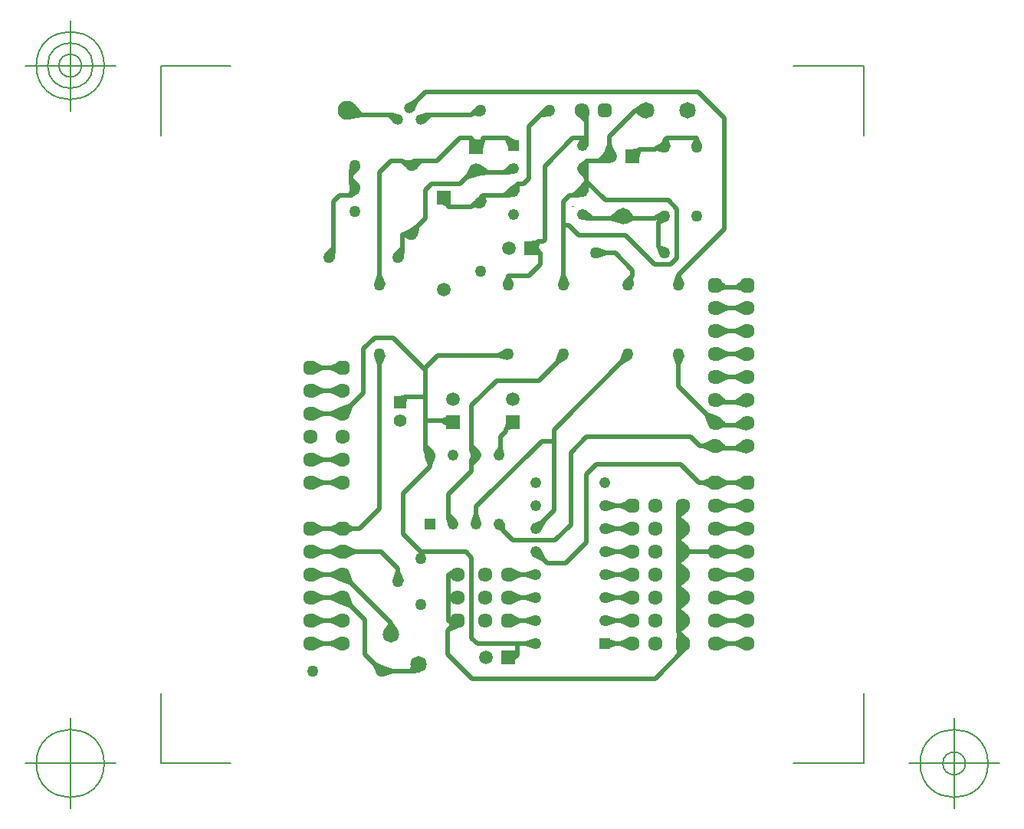
<source format=gbr>
G04 Generated by Ultiboard 11.0 *
%FSLAX25Y25*%
%MOIN*%

%ADD10C,0.02000*%
%ADD11C,0.00004*%
%ADD12C,0.00500*%
%ADD13C,0.05000*%
%ADD14C,0.06334*%
%ADD15R,0.02083X0.02083*%
%ADD16C,0.03917*%
%ADD17C,0.07166*%
%ADD18C,0.04666*%
%ADD19C,0.08334*%
%ADD20C,0.04900*%
%ADD21R,0.04900X0.04900*%
%ADD22C,0.05906*%
%ADD23R,0.05906X0.05906*%
%ADD24R,0.05512X0.05512*%
%ADD25C,0.05512*%


G04 ColorRGB 00FF00 for the following layer *
%LNCopper Top*%
%LPD*%
%FSLAX25Y25*%
%MOIN*%
G54D10*
X80736Y250736D02*
X82911Y253032D01*
X82911Y253032D02*
X83890Y250504D01*
X83890Y250504D02*
X80736Y250736D01*
G36*
X80736Y250736D02*
X82911Y253032D01*
X83890Y250504D01*
X80736Y250736D01*
G37*
X80736Y250736D02*
X82911Y253032D01*
X82911Y253032D02*
X83890Y250504D01*
X83890Y250504D02*
X80736Y250736D01*
X109979Y249979D02*
X112918Y253039D01*
X112918Y253039D02*
X114188Y250512D01*
X114188Y250512D02*
X109979Y249979D01*
G36*
X109979Y249979D02*
X112918Y253039D01*
X114188Y250512D01*
X109979Y249979D01*
G37*
X109979Y249979D02*
X112918Y253039D01*
X112918Y253039D02*
X114188Y250512D01*
X114188Y250512D02*
X109979Y249979D01*
X130000Y247236D02*
X126538Y250401D01*
X126538Y250401D02*
X130166Y251923D01*
X130166Y251923D02*
X130000Y247236D01*
G36*
X130000Y247236D02*
X126538Y250401D01*
X130166Y251923D01*
X130000Y247236D01*
G37*
X130000Y247236D02*
X126538Y250401D01*
X126538Y250401D02*
X130166Y251923D01*
X130166Y251923D02*
X130000Y247236D01*
X56064Y256064D02*
X54187Y252393D01*
X54187Y252393D02*
X52393Y254187D01*
X52393Y254187D02*
X56064Y256064D01*
G36*
X56064Y256064D02*
X54187Y252393D01*
X52393Y254187D01*
X56064Y256064D01*
G37*
X56064Y256064D02*
X54187Y252393D01*
X54187Y252393D02*
X52393Y254187D01*
X52393Y254187D02*
X56064Y256064D01*
X61844Y250000D02*
X58949Y247064D01*
X58949Y247064D02*
X57778Y249314D01*
X57778Y249314D02*
X61844Y250000D01*
G36*
X61844Y250000D02*
X58949Y247064D01*
X57778Y249314D01*
X61844Y250000D01*
G37*
X61844Y250000D02*
X58949Y247064D01*
X58949Y247064D02*
X57778Y249314D01*
X57778Y249314D02*
X61844Y250000D01*
X190000Y248550D02*
X178550Y260000D01*
X60000Y260000D02*
X53000Y253000D01*
X48000Y248000D02*
X46000Y250000D01*
X46000Y250000D02*
X30000Y250000D01*
X30000Y250000D02*
X28000Y252000D01*
X28000Y252000D02*
X26000Y252000D01*
X31834Y250000D02*
X26657Y248902D01*
X26657Y248902D02*
X28420Y254043D01*
X28420Y254043D02*
X31834Y250000D01*
G36*
X31834Y250000D02*
X26657Y248902D01*
X28420Y254043D01*
X31834Y250000D01*
G37*
X31834Y250000D02*
X26657Y248902D01*
X26657Y248902D02*
X28420Y254043D01*
X28420Y254043D02*
X31834Y250000D01*
X44156Y250000D02*
X48222Y249314D01*
X48222Y249314D02*
X47051Y247064D01*
X47051Y247064D02*
X44156Y250000D01*
G36*
X44156Y250000D02*
X48222Y249314D01*
X47051Y247064D01*
X44156Y250000D01*
G37*
X44156Y250000D02*
X48222Y249314D01*
X48222Y249314D02*
X47051Y247064D01*
X47051Y247064D02*
X44156Y250000D01*
X151417Y252000D02*
X154544Y254134D01*
X154544Y254134D02*
X154544Y249866D01*
X154544Y249866D02*
X151417Y252000D01*
G36*
X151417Y252000D02*
X154544Y254134D01*
X154544Y249866D01*
X151417Y252000D01*
G37*
X151417Y252000D02*
X154544Y254134D01*
X154544Y254134D02*
X154544Y249866D01*
X154544Y249866D02*
X151417Y252000D01*
X130000Y250000D02*
X130000Y238432D01*
X128000Y252000D02*
X130000Y250000D01*
X151200Y252000D02*
X140000Y240800D01*
X151200Y252000D02*
X156000Y252000D01*
X82000Y252000D02*
X80000Y250000D01*
X84000Y252000D02*
X82000Y252000D01*
X80000Y250000D02*
X60000Y250000D01*
X60000Y250000D02*
X58000Y248000D01*
X112000Y252000D02*
X105000Y245000D01*
X114000Y252000D02*
X112000Y252000D01*
X126650Y197700D02*
X122350Y202000D01*
X132460Y205100D02*
X128258Y205318D01*
X128258Y205318D02*
X129285Y207860D01*
X129285Y207860D02*
X132460Y205100D01*
G36*
X132460Y205100D02*
X128258Y205318D01*
X129285Y207860D01*
X132460Y205100D01*
G37*
X132460Y205100D02*
X128258Y205318D01*
X128258Y205318D02*
X129285Y207860D01*
X129285Y207860D02*
X132460Y205100D01*
X124249Y215000D02*
X127356Y217836D01*
X127356Y217836D02*
X128444Y215320D01*
X128444Y215320D02*
X124249Y215000D01*
G36*
X124249Y215000D02*
X127356Y217836D01*
X128444Y215320D01*
X124249Y215000D01*
G37*
X124249Y215000D02*
X127356Y217836D01*
X127356Y217836D02*
X128444Y215320D01*
X128444Y215320D02*
X124249Y215000D01*
X130000Y220892D02*
X129781Y216690D01*
X129781Y216690D02*
X127239Y217717D01*
X127239Y217717D02*
X130000Y220892D01*
G36*
X130000Y220892D02*
X129781Y216690D01*
X127239Y217717D01*
X130000Y220892D01*
G37*
X130000Y220892D02*
X129781Y216690D01*
X129781Y216690D02*
X127239Y217717D01*
X127239Y217717D02*
X130000Y220892D01*
X130000Y240892D02*
X129781Y236690D01*
X129781Y236690D02*
X127239Y237717D01*
X127239Y237717D02*
X130000Y240892D01*
G36*
X130000Y240892D02*
X129781Y236690D01*
X127239Y237717D01*
X130000Y240892D01*
G37*
X130000Y240892D02*
X129781Y236690D01*
X129781Y236690D02*
X127239Y237717D01*
X127239Y237717D02*
X130000Y240892D01*
X128333Y239716D02*
X129596Y237478D01*
X129596Y237478D02*
X127071Y237478D01*
X127071Y237478D02*
X128333Y239716D01*
G36*
X128333Y239716D02*
X129596Y237478D01*
X127071Y237478D01*
X128333Y239716D01*
G37*
X128333Y239716D02*
X129596Y237478D01*
X129596Y237478D02*
X127071Y237478D01*
X127071Y237478D02*
X128333Y239716D01*
X130000Y222639D02*
X127239Y225814D01*
X127239Y225814D02*
X129781Y226841D01*
X129781Y226841D02*
X130000Y222639D01*
G36*
X130000Y222639D02*
X127239Y225814D01*
X129781Y226841D01*
X130000Y222639D01*
G37*
X130000Y222639D02*
X127239Y225814D01*
X127239Y225814D02*
X129781Y226841D01*
X129781Y226841D02*
X130000Y222639D01*
X130000Y229786D02*
X129780Y226664D01*
X129780Y226664D02*
X127476Y227935D01*
X127476Y227935D02*
X130000Y229786D01*
G36*
X130000Y229786D02*
X129780Y226664D01*
X127476Y227935D01*
X130000Y229786D01*
G37*
X130000Y229786D02*
X129780Y226664D01*
X129780Y226664D02*
X127476Y227935D01*
X127476Y227935D02*
X130000Y229786D01*
X126650Y197700D02*
X146914Y197700D01*
X121000Y55000D02*
X130000Y64000D01*
X148000Y145214D02*
X115900Y113114D01*
X123100Y103050D02*
X130050Y110000D01*
X124050Y240000D02*
X111750Y227700D01*
X128333Y240000D02*
X124050Y240000D01*
X128333Y216766D02*
X126568Y215000D01*
X126568Y215000D02*
X122500Y215000D01*
X159850Y4850D02*
X80150Y4850D01*
X24000Y120000D02*
X33000Y129000D01*
X15167Y130000D02*
X10909Y128033D01*
X10909Y128033D02*
X10909Y131967D01*
X10909Y131967D02*
X15167Y130000D01*
G36*
X15167Y130000D02*
X10909Y128033D01*
X10909Y131967D01*
X15167Y130000D01*
G37*
X15167Y130000D02*
X10909Y128033D01*
X10909Y128033D02*
X10909Y131967D01*
X10909Y131967D02*
X15167Y130000D01*
X18833Y130000D02*
X23091Y131967D01*
X23091Y131967D02*
X23091Y128033D01*
X23091Y128033D02*
X18833Y130000D01*
G36*
X18833Y130000D02*
X23091Y131967D01*
X23091Y128033D01*
X18833Y130000D01*
G37*
X18833Y130000D02*
X23091Y131967D01*
X23091Y131967D02*
X23091Y128033D01*
X23091Y128033D02*
X18833Y130000D01*
X51302Y127302D02*
X50715Y124624D01*
X50715Y124624D02*
X48624Y126715D01*
X48624Y126715D02*
X51302Y127302D01*
G36*
X51302Y127302D02*
X50715Y124624D01*
X48624Y126715D01*
X51302Y127302D01*
G37*
X51302Y127302D02*
X50715Y124624D01*
X50715Y124624D02*
X48624Y126715D01*
X48624Y126715D02*
X51302Y127302D01*
X40000Y146000D02*
X40000Y78650D01*
X60000Y120000D02*
X60000Y140000D01*
X60000Y127500D02*
X51500Y127500D01*
X51500Y127500D02*
X49000Y125000D01*
X90850Y134400D02*
X80000Y123550D01*
X62000Y97550D02*
X60629Y101528D01*
X60629Y101528D02*
X63371Y101528D01*
X63371Y101528D02*
X62000Y97550D01*
G36*
X62000Y97550D02*
X60629Y101528D01*
X63371Y101528D01*
X62000Y97550D01*
G37*
X62000Y97550D02*
X60629Y101528D01*
X60629Y101528D02*
X63371Y101528D01*
X63371Y101528D02*
X62000Y97550D01*
X60000Y105975D02*
X63012Y103038D01*
X63012Y103038D02*
X60563Y101806D01*
X60563Y101806D02*
X60000Y105975D01*
G36*
X60000Y105975D02*
X63012Y103038D01*
X60563Y101806D01*
X60000Y105975D01*
G37*
X60000Y105975D02*
X63012Y103038D01*
X63012Y103038D02*
X60563Y101806D01*
X60563Y101806D02*
X60000Y105975D01*
X71000Y117000D02*
X60000Y117000D01*
X60000Y104000D02*
X62000Y102000D01*
X62000Y97150D02*
X62000Y102000D01*
X62000Y97150D02*
X50300Y85450D01*
X77500Y60000D02*
X57886Y60000D01*
X15165Y60150D02*
X10966Y58060D01*
X10966Y58060D02*
X10851Y61993D01*
X10851Y61993D02*
X15165Y60150D01*
G36*
X15165Y60150D02*
X10966Y58060D01*
X10851Y61993D01*
X15165Y60150D01*
G37*
X15165Y60150D02*
X10966Y58060D01*
X10966Y58060D02*
X10851Y61993D01*
X10851Y61993D02*
X15165Y60150D01*
X18835Y60150D02*
X23149Y61993D01*
X23149Y61993D02*
X23034Y58060D01*
X23034Y58060D02*
X18835Y60150D01*
G36*
X18835Y60150D02*
X23149Y61993D01*
X23034Y58060D01*
X18835Y60150D01*
G37*
X18835Y60150D02*
X23149Y61993D01*
X23149Y61993D02*
X23034Y58060D01*
X23034Y58060D02*
X18835Y60150D01*
X29165Y60150D02*
X24966Y58060D01*
X24966Y58060D02*
X24851Y61993D01*
X24851Y61993D02*
X29165Y60150D01*
G36*
X29165Y60150D02*
X24966Y58060D01*
X24851Y61993D01*
X29165Y60150D01*
G37*
X29165Y60150D02*
X24966Y58060D01*
X24966Y58060D02*
X24851Y61993D01*
X24851Y61993D02*
X29165Y60150D01*
X50300Y67586D02*
X57886Y60000D01*
X10400Y60150D02*
X40450Y60150D01*
X24000Y50000D02*
X45000Y29000D01*
X33667Y15333D02*
X33667Y30333D01*
X41000Y8000D02*
X33667Y15333D01*
X33667Y30333D02*
X24000Y40000D01*
X10000Y30000D02*
X24000Y30000D01*
X15167Y30000D02*
X10909Y28033D01*
X10909Y28033D02*
X10909Y31967D01*
X10909Y31967D02*
X15167Y30000D01*
G36*
X15167Y30000D02*
X10909Y28033D01*
X10909Y31967D01*
X15167Y30000D01*
G37*
X15167Y30000D02*
X10909Y28033D01*
X10909Y28033D02*
X10909Y31967D01*
X10909Y31967D02*
X15167Y30000D01*
X18833Y30000D02*
X23091Y31967D01*
X23091Y31967D02*
X23091Y28033D01*
X23091Y28033D02*
X18833Y30000D01*
G36*
X18833Y30000D02*
X23091Y31967D01*
X23091Y28033D01*
X18833Y30000D01*
G37*
X18833Y30000D02*
X23091Y31967D01*
X23091Y31967D02*
X23091Y28033D01*
X23091Y28033D02*
X18833Y30000D01*
X24000Y20000D02*
X10000Y20000D01*
X15167Y20000D02*
X10909Y18033D01*
X10909Y18033D02*
X10909Y21967D01*
X10909Y21967D02*
X15167Y20000D01*
G36*
X15167Y20000D02*
X10909Y18033D01*
X10909Y21967D01*
X15167Y20000D01*
G37*
X15167Y20000D02*
X10909Y18033D01*
X10909Y18033D02*
X10909Y21967D01*
X10909Y21967D02*
X15167Y20000D01*
X18833Y20000D02*
X23091Y21967D01*
X23091Y21967D02*
X23091Y18033D01*
X23091Y18033D02*
X18833Y20000D01*
G36*
X18833Y20000D02*
X23091Y21967D01*
X23091Y18033D01*
X18833Y20000D01*
G37*
X18833Y20000D02*
X23091Y21967D01*
X23091Y21967D02*
X23091Y18033D01*
X23091Y18033D02*
X18833Y20000D01*
X10000Y50000D02*
X24000Y50000D01*
X10000Y40000D02*
X24000Y40000D01*
X15167Y50000D02*
X10909Y48033D01*
X10909Y48033D02*
X10909Y51967D01*
X10909Y51967D02*
X15167Y50000D01*
G36*
X15167Y50000D02*
X10909Y48033D01*
X10909Y51967D01*
X15167Y50000D01*
G37*
X15167Y50000D02*
X10909Y48033D01*
X10909Y48033D02*
X10909Y51967D01*
X10909Y51967D02*
X15167Y50000D01*
X15167Y40000D02*
X10909Y38033D01*
X10909Y38033D02*
X10909Y41967D01*
X10909Y41967D02*
X15167Y40000D01*
G36*
X15167Y40000D02*
X10909Y38033D01*
X10909Y41967D01*
X15167Y40000D01*
G37*
X15167Y40000D02*
X10909Y38033D01*
X10909Y38033D02*
X10909Y41967D01*
X10909Y41967D02*
X15167Y40000D01*
X10550Y60550D02*
X10000Y60000D01*
X10400Y60150D02*
X10550Y60000D01*
X18833Y50000D02*
X23091Y51967D01*
X23091Y51967D02*
X23091Y48033D01*
X23091Y48033D02*
X18833Y50000D01*
G36*
X18833Y50000D02*
X23091Y51967D01*
X23091Y48033D01*
X18833Y50000D01*
G37*
X18833Y50000D02*
X23091Y51967D01*
X23091Y51967D02*
X23091Y48033D01*
X23091Y48033D02*
X18833Y50000D01*
X27654Y46346D02*
X23252Y47966D01*
X23252Y47966D02*
X26034Y50748D01*
X26034Y50748D02*
X27654Y46346D01*
G36*
X27654Y46346D02*
X23252Y47966D01*
X26034Y50748D01*
X27654Y46346D01*
G37*
X27654Y46346D02*
X23252Y47966D01*
X23252Y47966D02*
X26034Y50748D01*
X26034Y50748D02*
X27654Y46346D01*
X18833Y40000D02*
X23091Y41967D01*
X23091Y41967D02*
X23091Y38033D01*
X23091Y38033D02*
X18833Y40000D01*
G36*
X18833Y40000D02*
X23091Y41967D01*
X23091Y38033D01*
X18833Y40000D01*
G37*
X18833Y40000D02*
X23091Y41967D01*
X23091Y41967D02*
X23091Y38033D01*
X23091Y38033D02*
X18833Y40000D01*
X27654Y36346D02*
X23252Y37966D01*
X23252Y37966D02*
X26034Y40748D01*
X26034Y40748D02*
X27654Y36346D01*
G36*
X27654Y36346D02*
X23252Y37966D01*
X26034Y40748D01*
X27654Y36346D01*
G37*
X27654Y36346D02*
X23252Y37966D01*
X23252Y37966D02*
X26034Y40748D01*
X26034Y40748D02*
X27654Y36346D01*
X45000Y29000D02*
X45000Y24000D01*
X54000Y8000D02*
X41000Y8000D01*
X45000Y28583D02*
X47134Y25456D01*
X47134Y25456D02*
X42866Y25456D01*
X42866Y25456D02*
X45000Y28583D01*
G36*
X45000Y28583D02*
X47134Y25456D01*
X42866Y25456D01*
X45000Y28583D01*
G37*
X45000Y28583D02*
X47134Y25456D01*
X47134Y25456D02*
X42866Y25456D01*
X42866Y25456D02*
X45000Y28583D01*
X45500Y8000D02*
X41500Y6586D01*
X41500Y6586D02*
X41500Y9414D01*
X41500Y9414D02*
X45500Y8000D01*
G36*
X45500Y8000D02*
X41500Y6586D01*
X41500Y9414D01*
X45500Y8000D01*
G37*
X45500Y8000D02*
X41500Y6586D01*
X41500Y6586D02*
X41500Y9414D01*
X41500Y9414D02*
X45500Y8000D01*
X37818Y11182D02*
X41646Y9354D01*
X41646Y9354D02*
X39646Y7354D01*
X39646Y7354D02*
X37818Y11182D01*
G36*
X37818Y11182D02*
X41646Y9354D01*
X39646Y7354D01*
X37818Y11182D01*
G37*
X37818Y11182D02*
X41646Y9354D01*
X41646Y9354D02*
X39646Y7354D01*
X39646Y7354D02*
X37818Y11182D01*
X57000Y11000D02*
X54000Y8000D01*
X54113Y8113D02*
X54430Y11259D01*
X54430Y11259D02*
X57259Y8430D01*
X57259Y8430D02*
X54113Y8113D01*
G36*
X54113Y8113D02*
X54430Y11259D01*
X57259Y8430D01*
X54113Y8113D01*
G37*
X54113Y8113D02*
X54430Y11259D01*
X54430Y11259D02*
X57259Y8430D01*
X57259Y8430D02*
X54113Y8113D01*
X48000Y51500D02*
X49414Y47500D01*
X49414Y47500D02*
X46586Y47500D01*
X46586Y47500D02*
X48000Y51500D01*
G36*
X48000Y51500D02*
X49414Y47500D01*
X46586Y47500D01*
X48000Y51500D01*
G37*
X48000Y51500D02*
X49414Y47500D01*
X49414Y47500D02*
X46586Y47500D01*
X46586Y47500D02*
X48000Y51500D01*
X48000Y52550D02*
X48000Y47000D01*
X45000Y55550D02*
X48000Y52550D01*
X40450Y60150D02*
X45000Y55600D01*
X58000Y60000D02*
X58000Y57000D01*
X40000Y78650D02*
X31350Y70000D01*
X31350Y70000D02*
X24000Y70000D01*
X10000Y90000D02*
X24000Y90000D01*
X15167Y90000D02*
X10909Y88033D01*
X10909Y88033D02*
X10909Y91967D01*
X10909Y91967D02*
X15167Y90000D01*
G36*
X15167Y90000D02*
X10909Y88033D01*
X10909Y91967D01*
X15167Y90000D01*
G37*
X15167Y90000D02*
X10909Y88033D01*
X10909Y88033D02*
X10909Y91967D01*
X10909Y91967D02*
X15167Y90000D01*
X24000Y70000D02*
X10000Y70000D01*
X15000Y70000D02*
X10800Y68167D01*
X10800Y68167D02*
X10800Y71833D01*
X10800Y71833D02*
X15000Y70000D01*
G36*
X15000Y70000D02*
X10800Y68167D01*
X10800Y71833D01*
X15000Y70000D01*
G37*
X15000Y70000D02*
X10800Y68167D01*
X10800Y68167D02*
X10800Y71833D01*
X10800Y71833D02*
X15000Y70000D01*
X28000Y70000D02*
X25000Y68268D01*
X25000Y68268D02*
X25000Y71732D01*
X25000Y71732D02*
X28000Y70000D01*
G36*
X28000Y70000D02*
X25000Y68268D01*
X25000Y71732D01*
X28000Y70000D01*
G37*
X28000Y70000D02*
X25000Y68268D01*
X25000Y68268D02*
X25000Y71732D01*
X25000Y71732D02*
X28000Y70000D01*
X19000Y70000D02*
X23200Y71833D01*
X23200Y71833D02*
X23200Y68167D01*
X23200Y68167D02*
X19000Y70000D01*
G36*
X19000Y70000D02*
X23200Y71833D01*
X23200Y68167D01*
X19000Y70000D01*
G37*
X19000Y70000D02*
X23200Y71833D01*
X23200Y71833D02*
X23200Y68167D01*
X23200Y68167D02*
X19000Y70000D01*
X18833Y90000D02*
X23091Y91967D01*
X23091Y91967D02*
X23091Y88033D01*
X23091Y88033D02*
X18833Y90000D01*
G36*
X18833Y90000D02*
X23091Y91967D01*
X23091Y88033D01*
X18833Y90000D01*
G37*
X18833Y90000D02*
X23091Y91967D01*
X23091Y91967D02*
X23091Y88033D01*
X23091Y88033D02*
X18833Y90000D01*
X24000Y100000D02*
X10000Y100000D01*
X10000Y120000D02*
X24000Y120000D01*
X15167Y120000D02*
X10909Y118033D01*
X10909Y118033D02*
X10909Y121967D01*
X10909Y121967D02*
X15167Y120000D01*
G36*
X15167Y120000D02*
X10909Y118033D01*
X10909Y121967D01*
X15167Y120000D01*
G37*
X15167Y120000D02*
X10909Y118033D01*
X10909Y118033D02*
X10909Y121967D01*
X10909Y121967D02*
X15167Y120000D01*
X15167Y100000D02*
X10909Y98033D01*
X10909Y98033D02*
X10909Y101967D01*
X10909Y101967D02*
X15167Y100000D01*
G36*
X15167Y100000D02*
X10909Y98033D01*
X10909Y101967D01*
X15167Y100000D01*
G37*
X15167Y100000D02*
X10909Y98033D01*
X10909Y98033D02*
X10909Y101967D01*
X10909Y101967D02*
X15167Y100000D01*
X18833Y100000D02*
X23091Y101967D01*
X23091Y101967D02*
X23091Y98033D01*
X23091Y98033D02*
X18833Y100000D01*
G36*
X18833Y100000D02*
X23091Y101967D01*
X23091Y98033D01*
X18833Y100000D01*
G37*
X18833Y100000D02*
X23091Y101967D01*
X23091Y101967D02*
X23091Y98033D01*
X23091Y98033D02*
X18833Y100000D01*
X18833Y120000D02*
X23091Y121967D01*
X23091Y121967D02*
X23091Y118033D01*
X23091Y118033D02*
X18833Y120000D01*
G36*
X18833Y120000D02*
X23091Y121967D01*
X23091Y118033D01*
X18833Y120000D01*
G37*
X18833Y120000D02*
X23091Y121967D01*
X23091Y121967D02*
X23091Y118033D01*
X23091Y118033D02*
X18833Y120000D01*
X27654Y123654D02*
X26034Y119252D01*
X26034Y119252D02*
X23252Y122034D01*
X23252Y122034D02*
X27654Y123654D01*
G36*
X27654Y123654D02*
X26034Y119252D01*
X23252Y122034D01*
X27654Y123654D01*
G37*
X27654Y123654D02*
X26034Y119252D01*
X26034Y119252D02*
X23252Y122034D01*
X23252Y122034D02*
X27654Y123654D01*
X50300Y85450D02*
X50300Y67586D01*
X60000Y120000D02*
X60000Y104000D01*
X93700Y69300D02*
X98031Y64969D01*
X98031Y64969D02*
X116369Y64969D01*
X116369Y64969D02*
X123100Y71700D01*
X100000Y20000D02*
X82500Y20000D01*
X100000Y15000D02*
X96000Y15000D01*
X96000Y15000D02*
X96000Y14000D01*
X108000Y40000D02*
X96000Y40000D01*
X108000Y30000D02*
X96000Y30000D01*
X108000Y50000D02*
X96000Y50000D01*
X70000Y30000D02*
X73000Y31732D01*
X73000Y31732D02*
X73000Y28268D01*
X73000Y28268D02*
X70000Y30000D01*
G36*
X70000Y30000D02*
X73000Y31732D01*
X73000Y28268D01*
X70000Y30000D01*
G37*
X70000Y30000D02*
X73000Y31732D01*
X73000Y31732D02*
X73000Y28268D01*
X73000Y28268D02*
X70000Y30000D01*
X70464Y26464D02*
X72138Y30730D01*
X72138Y30730D02*
X74730Y28138D01*
X74730Y28138D02*
X70464Y26464D01*
G36*
X70464Y26464D02*
X72138Y30730D01*
X74730Y28138D01*
X70464Y26464D01*
G37*
X70464Y26464D02*
X72138Y30730D01*
X72138Y30730D02*
X74730Y28138D01*
X74730Y28138D02*
X70464Y26464D01*
X80000Y22500D02*
X80000Y57500D01*
X69700Y25700D02*
X74000Y30000D01*
X70000Y40000D02*
X70000Y30000D01*
X70000Y30000D02*
X74000Y30000D01*
X82500Y20000D02*
X80000Y22500D01*
X80150Y4850D02*
X69700Y15300D01*
X69700Y15300D02*
X69700Y25700D01*
X80000Y57500D02*
X77500Y60000D01*
X70333Y50000D02*
X72719Y51748D01*
X72719Y51748D02*
X72719Y48252D01*
X72719Y48252D02*
X70333Y50000D01*
G36*
X70333Y50000D02*
X72719Y51748D01*
X72719Y48252D01*
X70333Y50000D01*
G37*
X70333Y50000D02*
X72719Y51748D01*
X72719Y51748D02*
X72719Y48252D01*
X72719Y48252D02*
X70333Y50000D01*
X70000Y50000D02*
X70000Y40000D01*
X70333Y40000D02*
X72719Y41748D01*
X72719Y41748D02*
X72719Y38252D01*
X72719Y38252D02*
X70333Y40000D01*
G36*
X70333Y40000D02*
X72719Y41748D01*
X72719Y38252D01*
X70333Y40000D01*
G37*
X70333Y40000D02*
X72719Y41748D01*
X72719Y41748D02*
X72719Y38252D01*
X72719Y38252D02*
X70333Y40000D01*
X70333Y40000D02*
X72719Y41748D01*
X72719Y41748D02*
X72719Y38252D01*
X72719Y38252D02*
X70333Y40000D01*
G36*
X70333Y40000D02*
X72719Y41748D01*
X72719Y38252D01*
X70333Y40000D01*
G37*
X70333Y40000D02*
X72719Y41748D01*
X72719Y41748D02*
X72719Y38252D01*
X72719Y38252D02*
X70333Y40000D01*
X74000Y40000D02*
X70000Y40000D01*
X70000Y40000D02*
X74000Y40000D01*
X74000Y50000D02*
X70000Y50000D01*
X103550Y30000D02*
X107528Y31371D01*
X107528Y31371D02*
X107528Y28629D01*
X107528Y28629D02*
X103550Y30000D01*
G36*
X103550Y30000D02*
X107528Y31371D01*
X107528Y28629D01*
X103550Y30000D01*
G37*
X103550Y30000D02*
X107528Y31371D01*
X107528Y31371D02*
X107528Y28629D01*
X107528Y28629D02*
X103550Y30000D01*
X101000Y30000D02*
X96800Y28167D01*
X96800Y28167D02*
X96800Y31833D01*
X96800Y31833D02*
X101000Y30000D01*
G36*
X101000Y30000D02*
X96800Y28167D01*
X96800Y31833D01*
X101000Y30000D01*
G37*
X101000Y30000D02*
X96800Y28167D01*
X96800Y28167D02*
X96800Y31833D01*
X96800Y31833D02*
X101000Y30000D01*
X99824Y15000D02*
X97363Y12601D01*
X97363Y12601D02*
X96504Y15887D01*
X96504Y15887D02*
X99824Y15000D01*
G36*
X99824Y15000D02*
X97363Y12601D01*
X96504Y15887D01*
X99824Y15000D01*
G37*
X99824Y15000D02*
X97363Y12601D01*
X97363Y12601D02*
X96504Y15887D01*
X96504Y15887D02*
X99824Y15000D01*
X100000Y20000D02*
X100000Y15000D01*
X103550Y20000D02*
X107528Y21371D01*
X107528Y21371D02*
X107528Y18629D01*
X107528Y18629D02*
X103550Y20000D01*
G36*
X103550Y20000D02*
X107528Y21371D01*
X107528Y18629D01*
X103550Y20000D01*
G37*
X103550Y20000D02*
X107528Y21371D01*
X107528Y21371D02*
X107528Y18629D01*
X107528Y18629D02*
X103550Y20000D01*
X108000Y20000D02*
X100000Y20000D01*
X108000Y60000D02*
X113000Y55000D01*
X111147Y56853D02*
X107365Y58697D01*
X107365Y58697D02*
X109303Y60635D01*
X109303Y60635D02*
X111147Y56853D01*
G36*
X111147Y56853D02*
X107365Y58697D01*
X109303Y60635D01*
X111147Y56853D01*
G37*
X111147Y56853D02*
X107365Y58697D01*
X107365Y58697D02*
X109303Y60635D01*
X109303Y60635D02*
X111147Y56853D01*
X103550Y50000D02*
X107528Y51371D01*
X107528Y51371D02*
X107528Y48629D01*
X107528Y48629D02*
X103550Y50000D01*
G36*
X103550Y50000D02*
X107528Y51371D01*
X107528Y48629D01*
X103550Y50000D01*
G37*
X103550Y50000D02*
X107528Y51371D01*
X107528Y51371D02*
X107528Y48629D01*
X107528Y48629D02*
X103550Y50000D01*
X101167Y50000D02*
X96909Y48033D01*
X96909Y48033D02*
X96909Y51967D01*
X96909Y51967D02*
X101167Y50000D01*
G36*
X101167Y50000D02*
X96909Y48033D01*
X96909Y51967D01*
X101167Y50000D01*
G37*
X101167Y50000D02*
X96909Y48033D01*
X96909Y48033D02*
X96909Y51967D01*
X96909Y51967D02*
X101167Y50000D01*
X103550Y40000D02*
X107528Y41371D01*
X107528Y41371D02*
X107528Y38629D01*
X107528Y38629D02*
X103550Y40000D01*
G36*
X103550Y40000D02*
X107528Y41371D01*
X107528Y38629D01*
X103550Y40000D01*
G37*
X103550Y40000D02*
X107528Y41371D01*
X107528Y41371D02*
X107528Y38629D01*
X107528Y38629D02*
X103550Y40000D01*
X101167Y40000D02*
X96909Y38033D01*
X96909Y38033D02*
X96909Y41967D01*
X96909Y41967D02*
X101167Y40000D01*
G36*
X101167Y40000D02*
X96909Y38033D01*
X96909Y41967D01*
X101167Y40000D01*
G37*
X101167Y40000D02*
X96909Y38033D01*
X96909Y38033D02*
X96909Y41967D01*
X96909Y41967D02*
X101167Y40000D01*
X113000Y55000D02*
X121000Y55000D01*
X92420Y104920D02*
X93351Y102526D01*
X93351Y102526D02*
X90852Y102885D01*
X90852Y102885D02*
X92420Y104920D01*
G36*
X92420Y104920D02*
X93351Y102526D01*
X90852Y102885D01*
X92420Y104920D01*
G37*
X92420Y104920D02*
X93351Y102526D01*
X93351Y102526D02*
X90852Y102885D01*
X90852Y102885D02*
X92420Y104920D01*
X95205Y113648D02*
X96117Y116961D01*
X96117Y116961D02*
X98518Y114560D01*
X98518Y114560D02*
X95205Y113648D01*
G36*
X95205Y113648D02*
X96117Y116961D01*
X98518Y114560D01*
X95205Y113648D01*
G37*
X95205Y113648D02*
X96117Y116961D01*
X96117Y116961D02*
X98518Y114560D01*
X98518Y114560D02*
X95205Y113648D01*
X93700Y70300D02*
X93700Y69300D01*
X92000Y72000D02*
X93700Y70300D01*
X93700Y69589D02*
X91379Y70690D01*
X91379Y70690D02*
X93443Y72145D01*
X93443Y72145D02*
X93700Y69589D01*
G36*
X93700Y69589D02*
X91379Y70690D01*
X93443Y72145D01*
X93700Y69589D01*
G37*
X93700Y69589D02*
X91379Y70690D01*
X91379Y70690D02*
X93443Y72145D01*
X93443Y72145D02*
X93700Y69589D01*
X82000Y79600D02*
X110500Y108100D01*
X92500Y110000D02*
X92500Y105000D01*
X92500Y105000D02*
X92000Y104500D01*
X95000Y112500D02*
X92500Y110000D01*
X98000Y116443D02*
X95000Y113443D01*
X95000Y113443D02*
X95000Y112500D01*
X80000Y100000D02*
X80000Y95000D01*
X80000Y95000D02*
X70000Y85000D01*
X82000Y76450D02*
X83371Y72472D01*
X83371Y72472D02*
X80629Y72472D01*
X80629Y72472D02*
X82000Y76450D01*
G36*
X82000Y76450D02*
X83371Y72472D01*
X80629Y72472D01*
X82000Y76450D01*
G37*
X82000Y76450D02*
X83371Y72472D01*
X83371Y72472D02*
X80629Y72472D01*
X80629Y72472D02*
X82000Y76450D01*
X70000Y85000D02*
X70000Y74000D01*
X70000Y75975D02*
X73012Y73038D01*
X73012Y73038D02*
X70563Y71806D01*
X70563Y71806D02*
X70000Y75975D01*
G36*
X70000Y75975D02*
X73012Y73038D01*
X70563Y71806D01*
X70000Y75975D01*
G37*
X70000Y75975D02*
X73012Y73038D01*
X73012Y73038D02*
X70563Y71806D01*
X70563Y71806D02*
X70000Y75975D01*
X70000Y74000D02*
X72000Y72000D01*
X82000Y79600D02*
X82000Y72000D01*
X80000Y98025D02*
X80563Y102194D01*
X80563Y102194D02*
X83012Y100962D01*
X83012Y100962D02*
X80000Y98025D01*
G36*
X80000Y98025D02*
X80563Y102194D01*
X83012Y100962D01*
X80000Y98025D01*
G37*
X80000Y98025D02*
X80563Y102194D01*
X80563Y102194D02*
X83012Y100962D01*
X83012Y100962D02*
X80000Y98025D01*
X80000Y105975D02*
X83012Y103038D01*
X83012Y103038D02*
X80563Y101806D01*
X80563Y101806D02*
X80000Y105975D01*
G36*
X80000Y105975D02*
X83012Y103038D01*
X80563Y101806D01*
X80000Y105975D01*
G37*
X80000Y105975D02*
X83012Y103038D01*
X83012Y103038D02*
X80563Y101806D01*
X80563Y101806D02*
X80000Y105975D01*
X80000Y123550D02*
X80000Y104000D01*
X82000Y102000D02*
X80000Y100000D01*
X80000Y104000D02*
X82000Y102000D01*
X72000Y116000D02*
X71000Y117000D01*
X67079Y117000D02*
X71437Y118313D01*
X71437Y118313D02*
X71033Y114746D01*
X71033Y114746D02*
X67079Y117000D01*
G36*
X67079Y117000D02*
X71437Y118313D01*
X71033Y114746D01*
X67079Y117000D01*
G37*
X67079Y117000D02*
X71437Y118313D01*
X71437Y118313D02*
X71033Y114746D01*
X71033Y114746D02*
X67079Y117000D01*
X92000Y104500D02*
X92000Y102000D01*
X115900Y113114D02*
X115900Y77900D01*
X123100Y71700D02*
X123100Y103050D01*
X115900Y77900D02*
X107700Y69700D01*
X111147Y73147D02*
X109303Y69365D01*
X109303Y69365D02*
X107365Y71303D01*
X107365Y71303D02*
X111147Y73147D01*
G36*
X111147Y73147D02*
X109303Y69365D01*
X107365Y71303D01*
X111147Y73147D01*
G37*
X111147Y73147D02*
X109303Y69365D01*
X109303Y69365D02*
X107365Y71303D01*
X107365Y71303D02*
X111147Y73147D01*
X110500Y108100D02*
X115750Y108100D01*
X65300Y145300D02*
X60000Y140000D01*
X62500Y220000D02*
X60000Y217500D01*
X75000Y220000D02*
X62500Y220000D01*
X65000Y230000D02*
X55000Y230000D01*
X50000Y192031D02*
X49489Y187819D01*
X49489Y187819D02*
X46955Y189076D01*
X46955Y189076D02*
X50000Y192031D01*
G36*
X50000Y192031D02*
X49489Y187819D01*
X46955Y189076D01*
X50000Y192031D01*
G37*
X50000Y192031D02*
X49489Y187819D01*
X49489Y187819D02*
X46955Y189076D01*
X46955Y189076D02*
X50000Y192031D01*
X20000Y192031D02*
X19489Y187819D01*
X19489Y187819D02*
X16955Y189076D01*
X16955Y189076D02*
X20000Y192031D01*
G36*
X20000Y192031D02*
X19489Y187819D01*
X16955Y189076D01*
X20000Y192031D01*
G37*
X20000Y192031D02*
X19489Y187819D01*
X19489Y187819D02*
X16955Y189076D01*
X16955Y189076D02*
X20000Y192031D01*
X50000Y198000D02*
X50000Y190000D01*
X50000Y190000D02*
X48000Y188000D01*
X20000Y212500D02*
X20000Y190000D01*
X20000Y190000D02*
X18000Y188000D01*
X40000Y225000D02*
X40000Y176000D01*
X33000Y129000D02*
X33000Y148250D01*
X33000Y148250D02*
X37950Y153200D01*
X24000Y130000D02*
X10000Y130000D01*
X10000Y140000D02*
X24000Y140000D01*
X15000Y140000D02*
X10800Y138167D01*
X10800Y138167D02*
X10800Y141833D01*
X10800Y141833D02*
X15000Y140000D01*
G36*
X15000Y140000D02*
X10800Y138167D01*
X10800Y141833D01*
X15000Y140000D01*
G37*
X15000Y140000D02*
X10800Y138167D01*
X10800Y138167D02*
X10800Y141833D01*
X10800Y141833D02*
X15000Y140000D01*
X19000Y140000D02*
X23200Y141833D01*
X23200Y141833D02*
X23200Y138167D01*
X23200Y138167D02*
X19000Y140000D01*
G36*
X19000Y140000D02*
X23200Y141833D01*
X23200Y138167D01*
X19000Y140000D01*
G37*
X19000Y140000D02*
X23200Y141833D01*
X23200Y141833D02*
X23200Y138167D01*
X23200Y138167D02*
X19000Y140000D01*
X37950Y153200D02*
X45800Y153200D01*
X60000Y139000D02*
X45800Y153200D01*
X40000Y141500D02*
X38586Y145500D01*
X38586Y145500D02*
X41414Y145500D01*
X41414Y145500D02*
X40000Y141500D01*
G36*
X40000Y141500D02*
X38586Y145500D01*
X41414Y145500D01*
X40000Y141500D01*
G37*
X40000Y141500D02*
X38586Y145500D01*
X38586Y145500D02*
X41414Y145500D01*
X41414Y145500D02*
X40000Y141500D01*
X40000Y180500D02*
X41414Y176500D01*
X41414Y176500D02*
X38586Y176500D01*
X38586Y176500D02*
X40000Y180500D01*
G36*
X40000Y180500D02*
X41414Y176500D01*
X38586Y176500D01*
X40000Y180500D01*
G37*
X40000Y180500D02*
X41414Y176500D01*
X41414Y176500D02*
X38586Y176500D01*
X38586Y176500D02*
X40000Y180500D01*
X27500Y223921D02*
X27907Y228144D01*
X27907Y228144D02*
X30471Y226950D01*
X30471Y226950D02*
X27500Y223921D01*
G36*
X27500Y223921D02*
X27907Y228144D01*
X30471Y226950D01*
X27500Y223921D01*
G37*
X27500Y223921D02*
X27907Y228144D01*
X27907Y228144D02*
X30471Y226950D01*
X30471Y226950D02*
X27500Y223921D01*
X27500Y215061D02*
X27913Y218196D01*
X27913Y218196D02*
X30189Y216724D01*
X30189Y216724D02*
X27500Y215061D01*
G36*
X27500Y215061D02*
X27913Y218196D01*
X30189Y216724D01*
X27500Y215061D01*
G37*
X27500Y215061D02*
X27913Y218196D01*
X27913Y218196D02*
X30189Y216724D01*
X30189Y216724D02*
X27500Y215061D01*
X27500Y222079D02*
X30471Y219050D01*
X30471Y219050D02*
X27907Y217856D01*
X27907Y217856D02*
X27500Y222079D01*
G36*
X27500Y222079D02*
X30471Y219050D01*
X27907Y217856D01*
X27500Y222079D01*
G37*
X27500Y222079D02*
X30471Y219050D01*
X30471Y219050D02*
X27907Y217856D01*
X27907Y217856D02*
X27500Y222079D01*
X27500Y226100D02*
X27500Y219900D01*
X27500Y219900D02*
X29400Y218000D01*
X22500Y215000D02*
X20000Y212500D01*
X27500Y215000D02*
X22500Y215000D01*
X29400Y218000D02*
X27500Y216100D01*
X27500Y216100D02*
X27500Y215000D01*
X29400Y228000D02*
X27500Y226100D01*
X60000Y205000D02*
X54000Y199000D01*
X60000Y217500D02*
X60000Y205000D01*
X56642Y201642D02*
X55438Y197574D01*
X55438Y197574D02*
X53149Y199235D01*
X53149Y199235D02*
X56642Y201642D01*
G36*
X56642Y201642D02*
X55438Y197574D01*
X53149Y199235D01*
X56642Y201642D01*
G37*
X56642Y201642D02*
X55438Y197574D01*
X55438Y197574D02*
X53149Y199235D01*
X53149Y199235D02*
X56642Y201642D01*
X50500Y198000D02*
X53357Y199355D01*
X53357Y199355D02*
X53357Y196645D01*
X53357Y196645D02*
X50500Y198000D01*
G36*
X50500Y198000D02*
X53357Y199355D01*
X53357Y196645D01*
X50500Y198000D01*
G37*
X50500Y198000D02*
X53357Y199355D01*
X53357Y199355D02*
X53357Y196645D01*
X53357Y196645D02*
X50500Y198000D01*
X54000Y198000D02*
X50000Y198000D01*
X54000Y199000D02*
X54000Y198000D01*
X50000Y230000D02*
X45000Y230000D01*
X45000Y230000D02*
X40000Y225000D01*
X58031Y230000D02*
X55076Y226955D01*
X55076Y226955D02*
X53819Y229489D01*
X53819Y229489D02*
X58031Y230000D01*
G36*
X58031Y230000D02*
X55076Y226955D01*
X53819Y229489D01*
X58031Y230000D01*
G37*
X58031Y230000D02*
X55076Y226955D01*
X55076Y226955D02*
X53819Y229489D01*
X53819Y229489D02*
X58031Y230000D01*
X50736Y229264D02*
X53890Y229496D01*
X53890Y229496D02*
X52911Y226968D01*
X52911Y226968D02*
X50736Y229264D01*
G36*
X50736Y229264D02*
X53890Y229496D01*
X52911Y226968D01*
X50736Y229264D01*
G37*
X50736Y229264D02*
X53890Y229496D01*
X53890Y229496D02*
X52911Y226968D01*
X52911Y226968D02*
X50736Y229264D01*
X55000Y230000D02*
X54000Y229000D01*
X54000Y229000D02*
X54000Y228000D01*
X54000Y228000D02*
X52000Y228000D01*
X52000Y228000D02*
X50000Y230000D01*
X109409Y190000D02*
X105973Y190047D01*
X105973Y190047D02*
X107691Y192976D01*
X107691Y192976D02*
X109409Y190000D01*
G36*
X109409Y190000D02*
X105973Y190047D01*
X107691Y192976D01*
X109409Y190000D01*
G37*
X109409Y190000D02*
X105973Y190047D01*
X105973Y190047D02*
X107691Y192976D01*
X107691Y192976D02*
X109409Y190000D01*
X106000Y192000D02*
X106000Y190000D01*
X106000Y190000D02*
X110000Y190000D01*
X110000Y190000D02*
X110000Y185000D01*
X120000Y212500D02*
X120000Y176000D01*
X96000Y179500D02*
X97355Y176643D01*
X97355Y176643D02*
X94645Y176643D01*
X94645Y176643D02*
X96000Y179500D01*
G36*
X96000Y179500D02*
X97355Y176643D01*
X94645Y176643D01*
X96000Y179500D01*
G37*
X96000Y179500D02*
X97355Y176643D01*
X97355Y176643D02*
X94645Y176643D01*
X94645Y176643D02*
X96000Y179500D01*
X91555Y145300D02*
X95286Y147319D01*
X95286Y147319D02*
X95726Y144525D01*
X95726Y144525D02*
X91555Y145300D01*
G36*
X91555Y145300D02*
X95286Y147319D01*
X95726Y144525D01*
X91555Y145300D01*
G37*
X91555Y145300D02*
X95286Y147319D01*
X95286Y147319D02*
X95726Y144525D01*
X95726Y144525D02*
X91555Y145300D01*
X105000Y180000D02*
X96000Y180000D01*
X96000Y180000D02*
X96000Y176000D01*
X95300Y145300D02*
X65300Y145300D01*
X96000Y146000D02*
X95300Y145300D01*
X109400Y134400D02*
X90850Y134400D01*
X120000Y145000D02*
X109400Y134400D01*
X117358Y142358D02*
X118562Y146426D01*
X118562Y146426D02*
X120851Y144765D01*
X120851Y144765D02*
X117358Y142358D01*
G36*
X117358Y142358D02*
X118562Y146426D01*
X120851Y144765D01*
X117358Y142358D01*
G37*
X117358Y142358D02*
X118562Y146426D01*
X118562Y146426D02*
X120851Y144765D01*
X120851Y144765D02*
X117358Y142358D01*
X120000Y146000D02*
X120000Y145000D01*
X110000Y185000D02*
X105000Y180000D01*
X120000Y180500D02*
X121414Y176500D01*
X121414Y176500D02*
X118586Y176500D01*
X118586Y176500D02*
X120000Y180500D01*
G36*
X120000Y180500D02*
X121414Y176500D01*
X118586Y176500D01*
X120000Y180500D01*
G37*
X120000Y180500D02*
X121414Y176500D01*
X121414Y176500D02*
X118586Y176500D01*
X118586Y176500D02*
X120000Y180500D01*
X94249Y215000D02*
X97356Y217836D01*
X97356Y217836D02*
X98444Y215320D01*
X98444Y215320D02*
X94249Y215000D01*
G36*
X94249Y215000D02*
X97356Y217836D01*
X98444Y215320D01*
X94249Y215000D01*
G37*
X94249Y215000D02*
X97356Y217836D01*
X97356Y217836D02*
X98444Y215320D01*
X98444Y215320D02*
X94249Y215000D01*
X95187Y239912D02*
X98969Y238069D01*
X98969Y238069D02*
X97030Y236130D01*
X97030Y236130D02*
X95187Y239912D01*
G36*
X95187Y239912D02*
X98969Y238069D01*
X97030Y236130D01*
X95187Y239912D01*
G37*
X95187Y239912D02*
X98969Y238069D01*
X98969Y238069D02*
X97030Y236130D01*
X97030Y236130D02*
X95187Y239912D01*
X94249Y225000D02*
X97356Y227836D01*
X97356Y227836D02*
X98444Y225320D01*
X98444Y225320D02*
X94249Y225000D01*
G36*
X94249Y225000D02*
X97356Y227836D01*
X98444Y225320D01*
X94249Y225000D01*
G37*
X94249Y225000D02*
X97356Y227836D01*
X97356Y227836D02*
X98444Y225320D01*
X98444Y225320D02*
X94249Y225000D01*
X96568Y225000D02*
X85000Y225000D01*
X96568Y215000D02*
X85000Y215000D01*
X98333Y236766D02*
X95099Y240000D01*
X95099Y240000D02*
X85000Y240000D01*
X80000Y225000D02*
X75000Y220000D01*
X80736Y210736D02*
X82911Y213032D01*
X82911Y213032D02*
X83890Y210504D01*
X83890Y210504D02*
X80736Y210736D01*
G36*
X80736Y210736D02*
X82911Y213032D01*
X83890Y210504D01*
X80736Y210736D01*
G37*
X80736Y210736D02*
X82911Y213032D01*
X82911Y213032D02*
X83890Y210504D01*
X83890Y210504D02*
X80736Y210736D01*
X82000Y212000D02*
X80000Y210000D01*
X80000Y210000D02*
X70000Y210000D01*
X70000Y210591D02*
X67024Y212309D01*
X67024Y212309D02*
X69953Y214027D01*
X69953Y214027D02*
X70000Y210591D01*
G36*
X70000Y210591D02*
X67024Y212309D01*
X69953Y214027D01*
X70000Y210591D01*
G37*
X70000Y210591D02*
X67024Y212309D01*
X67024Y212309D02*
X69953Y214027D01*
X69953Y214027D02*
X70000Y210591D01*
X70000Y210000D02*
X70000Y214000D01*
X70000Y214000D02*
X68000Y214000D01*
X84871Y214871D02*
X85461Y212341D01*
X85461Y212341D02*
X82975Y213095D01*
X82975Y213095D02*
X84871Y214871D01*
G36*
X84871Y214871D02*
X85461Y212341D01*
X82975Y213095D01*
X84871Y214871D01*
G37*
X84871Y214871D02*
X85461Y212341D01*
X85461Y212341D02*
X82975Y213095D01*
X82975Y213095D02*
X84871Y214871D01*
X85000Y215000D02*
X84000Y214000D01*
X84000Y214000D02*
X84000Y212000D01*
X84000Y212000D02*
X82000Y212000D01*
X80000Y239409D02*
X82976Y237691D01*
X82976Y237691D02*
X80047Y235973D01*
X80047Y235973D02*
X80000Y239409D01*
G36*
X80000Y239409D02*
X82976Y237691D01*
X80047Y235973D01*
X80000Y239409D01*
G37*
X80000Y239409D02*
X82976Y237691D01*
X82976Y237691D02*
X80047Y235973D01*
X80047Y235973D02*
X80000Y239409D01*
X78102Y223102D02*
X80287Y227095D01*
X80287Y227095D02*
X82501Y224270D01*
X82501Y224270D02*
X78102Y223102D01*
G36*
X78102Y223102D02*
X80287Y227095D01*
X82501Y224270D01*
X78102Y223102D01*
G37*
X78102Y223102D02*
X80287Y227095D01*
X80287Y227095D02*
X82501Y224270D01*
X82501Y224270D02*
X78102Y223102D01*
X80843Y225000D02*
X80000Y225000D01*
X82000Y236000D02*
X80000Y236000D01*
X80000Y236000D02*
X80000Y240000D01*
X80000Y240000D02*
X75000Y240000D01*
X75000Y240000D02*
X65000Y230000D01*
X84795Y238795D02*
X83883Y235482D01*
X83883Y235482D02*
X81482Y237883D01*
X81482Y237883D02*
X84795Y238795D01*
G36*
X84795Y238795D02*
X83883Y235482D01*
X81482Y237883D01*
X84795Y238795D01*
G37*
X84795Y238795D02*
X83883Y235482D01*
X83883Y235482D02*
X81482Y237883D01*
X81482Y237883D02*
X84795Y238795D01*
X85000Y239000D02*
X82000Y236000D01*
X86816Y225000D02*
X82329Y224233D01*
X82329Y224233D02*
X83168Y227722D01*
X83168Y227722D02*
X86816Y225000D01*
G36*
X86816Y225000D02*
X82329Y224233D01*
X83168Y227722D01*
X86816Y225000D01*
G37*
X86816Y225000D02*
X82329Y224233D01*
X82329Y224233D02*
X83168Y227722D01*
X83168Y227722D02*
X86816Y225000D01*
X82000Y226157D02*
X80843Y225000D01*
X83843Y226157D02*
X82000Y226157D01*
X85000Y225000D02*
X83843Y226157D01*
X85000Y240000D02*
X85000Y239000D01*
X100000Y219786D02*
X99780Y216664D01*
X99780Y216664D02*
X97476Y217935D01*
X97476Y217935D02*
X100000Y219786D01*
G36*
X100000Y219786D02*
X99780Y216664D01*
X97476Y217935D01*
X100000Y219786D01*
G37*
X100000Y219786D02*
X99780Y216664D01*
X99780Y216664D02*
X97476Y217935D01*
X97476Y217935D02*
X100000Y219786D01*
X111750Y227700D02*
X111750Y195586D01*
X105000Y222500D02*
X102500Y220000D01*
X102500Y220000D02*
X100000Y220000D01*
X100000Y220000D02*
X100000Y218432D01*
X108795Y194795D02*
X107883Y191482D01*
X107883Y191482D02*
X105482Y193883D01*
X105482Y193883D02*
X108795Y194795D01*
G36*
X108795Y194795D02*
X107883Y191482D01*
X105482Y193883D01*
X108795Y194795D01*
G37*
X108795Y194795D02*
X107883Y191482D01*
X107883Y191482D02*
X105482Y193883D01*
X105482Y193883D02*
X108795Y194795D01*
X109000Y195000D02*
X106000Y192000D01*
X111164Y195000D02*
X109000Y195000D01*
X111750Y195586D02*
X111164Y195000D01*
X100000Y218432D02*
X98333Y216766D01*
X98333Y216766D02*
X96568Y215000D01*
X122350Y202000D02*
X120150Y202000D01*
X122500Y215000D02*
X120000Y212500D01*
X105000Y245000D02*
X105000Y222500D01*
X98333Y226766D02*
X96568Y225000D01*
X189633Y125367D02*
X187014Y123991D01*
X187014Y123991D02*
X187531Y127449D01*
X187531Y127449D02*
X189633Y125367D01*
G36*
X189633Y125367D02*
X187014Y123991D01*
X187531Y127449D01*
X189633Y125367D01*
G37*
X189633Y125367D02*
X187014Y123991D01*
X187014Y123991D02*
X187531Y127449D01*
X187531Y127449D02*
X189633Y125367D01*
X189633Y125367D02*
X187014Y123991D01*
X187014Y123991D02*
X187531Y127449D01*
X187531Y127449D02*
X189633Y125367D01*
G36*
X189633Y125367D02*
X187014Y123991D01*
X187531Y127449D01*
X189633Y125367D01*
G37*
X189633Y125367D02*
X187014Y123991D01*
X187014Y123991D02*
X187531Y127449D01*
X187531Y127449D02*
X189633Y125367D01*
X189633Y125367D02*
X187014Y123991D01*
X187014Y123991D02*
X187531Y127449D01*
X187531Y127449D02*
X189633Y125367D01*
G36*
X189633Y125367D02*
X187014Y123991D01*
X187531Y127449D01*
X189633Y125367D01*
G37*
X189633Y125367D02*
X187014Y123991D01*
X187014Y123991D02*
X187531Y127449D01*
X187531Y127449D02*
X189633Y125367D01*
X194920Y125000D02*
X198765Y127686D01*
X198765Y127686D02*
X199457Y123813D01*
X199457Y123813D02*
X194920Y125000D01*
G36*
X194920Y125000D02*
X198765Y127686D01*
X199457Y123813D01*
X194920Y125000D01*
G37*
X194920Y125000D02*
X198765Y127686D01*
X198765Y127686D02*
X199457Y123813D01*
X199457Y123813D02*
X194920Y125000D01*
X194920Y125000D02*
X198765Y127686D01*
X198765Y127686D02*
X199457Y123813D01*
X199457Y123813D02*
X194920Y125000D01*
G36*
X194920Y125000D02*
X198765Y127686D01*
X199457Y123813D01*
X194920Y125000D01*
G37*
X194920Y125000D02*
X198765Y127686D01*
X198765Y127686D02*
X199457Y123813D01*
X199457Y123813D02*
X194920Y125000D01*
X194920Y125000D02*
X198765Y127686D01*
X198765Y127686D02*
X199457Y123813D01*
X199457Y123813D02*
X194920Y125000D01*
G36*
X194920Y125000D02*
X198765Y127686D01*
X199457Y123813D01*
X194920Y125000D01*
G37*
X194920Y125000D02*
X198765Y127686D01*
X198765Y127686D02*
X199457Y123813D01*
X199457Y123813D02*
X194920Y125000D01*
X170000Y132000D02*
X186000Y116000D01*
X189091Y125909D02*
X186006Y125909D01*
X189091Y125909D02*
X186006Y125909D01*
X189091Y125909D02*
X186006Y125909D01*
X197500Y125000D02*
X190000Y125000D01*
X190000Y125000D02*
X189091Y125909D01*
X197500Y125000D02*
X190000Y125000D01*
X190000Y125000D02*
X189091Y125909D01*
X197500Y125000D02*
X190000Y125000D01*
X190000Y125000D02*
X189091Y125909D01*
X200006Y125909D02*
X198409Y125909D01*
X198409Y125909D02*
X197500Y125000D01*
X200006Y125909D02*
X198409Y125909D01*
X198409Y125909D02*
X197500Y125000D01*
X200006Y125909D02*
X198409Y125909D01*
X198409Y125909D02*
X197500Y125000D01*
X200000Y20000D02*
X186006Y20000D01*
X200000Y30000D02*
X186006Y30000D01*
X200000Y40000D02*
X186006Y40000D01*
X200000Y50000D02*
X186006Y50000D01*
X200000Y70000D02*
X186006Y70000D01*
X191006Y90000D02*
X186806Y88167D01*
X186806Y88167D02*
X186806Y91833D01*
X186806Y91833D02*
X191006Y90000D01*
G36*
X191006Y90000D02*
X186806Y88167D01*
X186806Y91833D01*
X191006Y90000D01*
G37*
X191006Y90000D02*
X186806Y88167D01*
X186806Y88167D02*
X186806Y91833D01*
X186806Y91833D02*
X191006Y90000D01*
X191173Y80000D02*
X186915Y78033D01*
X186915Y78033D02*
X186915Y81967D01*
X186915Y81967D02*
X191173Y80000D01*
G36*
X191173Y80000D02*
X186915Y78033D01*
X186915Y81967D01*
X191173Y80000D01*
G37*
X191173Y80000D02*
X186915Y78033D01*
X186915Y78033D02*
X186915Y81967D01*
X186915Y81967D02*
X191173Y80000D01*
X191173Y40000D02*
X186915Y38033D01*
X186915Y38033D02*
X186915Y41967D01*
X186915Y41967D02*
X191173Y40000D01*
G36*
X191173Y40000D02*
X186915Y38033D01*
X186915Y41967D01*
X191173Y40000D01*
G37*
X191173Y40000D02*
X186915Y38033D01*
X186915Y38033D02*
X186915Y41967D01*
X186915Y41967D02*
X191173Y40000D01*
X191173Y50000D02*
X186915Y48033D01*
X186915Y48033D02*
X186915Y51967D01*
X186915Y51967D02*
X191173Y50000D01*
G36*
X191173Y50000D02*
X186915Y48033D01*
X186915Y51967D01*
X191173Y50000D01*
G37*
X191173Y50000D02*
X186915Y48033D01*
X186915Y48033D02*
X186915Y51967D01*
X186915Y51967D02*
X191173Y50000D01*
X191173Y30000D02*
X186915Y28033D01*
X186915Y28033D02*
X186915Y31967D01*
X186915Y31967D02*
X191173Y30000D01*
G36*
X191173Y30000D02*
X186915Y28033D01*
X186915Y31967D01*
X191173Y30000D01*
G37*
X191173Y30000D02*
X186915Y28033D01*
X186915Y28033D02*
X186915Y31967D01*
X186915Y31967D02*
X191173Y30000D01*
X191173Y20000D02*
X186915Y18033D01*
X186915Y18033D02*
X186915Y21967D01*
X186915Y21967D02*
X191173Y20000D01*
G36*
X191173Y20000D02*
X186915Y18033D01*
X186915Y21967D01*
X191173Y20000D01*
G37*
X191173Y20000D02*
X186915Y18033D01*
X186915Y18033D02*
X186915Y21967D01*
X186915Y21967D02*
X191173Y20000D01*
X191173Y70000D02*
X186915Y68033D01*
X186915Y68033D02*
X186915Y71967D01*
X186915Y71967D02*
X191173Y70000D01*
G36*
X191173Y70000D02*
X186915Y68033D01*
X186915Y71967D01*
X191173Y70000D01*
G37*
X191173Y70000D02*
X186915Y68033D01*
X186915Y68033D02*
X186915Y71967D01*
X186915Y71967D02*
X191173Y70000D01*
X189633Y105367D02*
X187014Y103991D01*
X187014Y103991D02*
X187531Y107449D01*
X187531Y107449D02*
X189633Y105367D01*
G36*
X189633Y105367D02*
X187014Y103991D01*
X187531Y107449D01*
X189633Y105367D01*
G37*
X189633Y105367D02*
X187014Y103991D01*
X187014Y103991D02*
X187531Y107449D01*
X187531Y107449D02*
X189633Y105367D01*
X189091Y115909D02*
X186006Y115909D01*
X197500Y115000D02*
X190000Y115000D01*
X190000Y115000D02*
X189091Y115909D01*
X170000Y60000D02*
X200000Y60000D01*
X182395Y119605D02*
X186778Y117934D01*
X186778Y117934D02*
X183964Y115184D01*
X183964Y115184D02*
X182395Y119605D01*
G36*
X182395Y119605D02*
X186778Y117934D01*
X183964Y115184D01*
X182395Y119605D01*
G37*
X182395Y119605D02*
X186778Y117934D01*
X186778Y117934D02*
X183964Y115184D01*
X183964Y115184D02*
X182395Y119605D01*
X200000Y80000D02*
X186006Y80000D01*
X191173Y60000D02*
X186915Y58033D01*
X186915Y58033D02*
X186915Y61967D01*
X186915Y61967D02*
X191173Y60000D01*
G36*
X191173Y60000D02*
X186915Y58033D01*
X186915Y61967D01*
X191173Y60000D01*
G37*
X191173Y60000D02*
X186915Y58033D01*
X186915Y58033D02*
X186915Y61967D01*
X186915Y61967D02*
X191173Y60000D01*
X179191Y105909D02*
X189091Y105909D01*
X189091Y105909D02*
X190000Y105000D01*
X190000Y105000D02*
X197500Y105000D01*
X200000Y90000D02*
X186006Y90000D01*
X189633Y115367D02*
X187014Y113991D01*
X187014Y113991D02*
X187531Y117449D01*
X187531Y117449D02*
X189633Y115367D01*
G36*
X189633Y115367D02*
X187014Y113991D01*
X187531Y117449D01*
X189633Y115367D01*
G37*
X189633Y115367D02*
X187014Y113991D01*
X187014Y113991D02*
X187531Y117449D01*
X187531Y117449D02*
X189633Y115367D01*
X142450Y60000D02*
X138472Y58629D01*
X138472Y58629D02*
X138472Y61371D01*
X138472Y61371D02*
X142450Y60000D01*
G36*
X142450Y60000D02*
X138472Y58629D01*
X138472Y61371D01*
X142450Y60000D01*
G37*
X142450Y60000D02*
X138472Y58629D01*
X138472Y58629D02*
X138472Y61371D01*
X138472Y61371D02*
X142450Y60000D01*
X170000Y64764D02*
X173462Y61599D01*
X173462Y61599D02*
X169834Y60077D01*
X169834Y60077D02*
X170000Y64764D01*
G36*
X170000Y64764D02*
X173462Y61599D01*
X169834Y60077D01*
X170000Y64764D01*
G37*
X170000Y64764D02*
X173462Y61599D01*
X173462Y61599D02*
X169834Y60077D01*
X169834Y60077D02*
X170000Y64764D01*
X144833Y60000D02*
X149091Y61967D01*
X149091Y61967D02*
X149091Y58033D01*
X149091Y58033D02*
X144833Y60000D01*
G36*
X144833Y60000D02*
X149091Y61967D01*
X149091Y58033D01*
X144833Y60000D01*
G37*
X144833Y60000D02*
X149091Y61967D01*
X149091Y61967D02*
X149091Y58033D01*
X149091Y58033D02*
X144833Y60000D01*
X130000Y64000D02*
X130000Y93750D01*
X170000Y70000D02*
X170000Y60000D01*
X142450Y30000D02*
X138472Y28629D01*
X138472Y28629D02*
X138472Y31371D01*
X138472Y31371D02*
X142450Y30000D01*
G36*
X142450Y30000D02*
X138472Y28629D01*
X138472Y31371D01*
X142450Y30000D01*
G37*
X142450Y30000D02*
X138472Y28629D01*
X138472Y28629D02*
X138472Y31371D01*
X138472Y31371D02*
X142450Y30000D01*
X144833Y30000D02*
X149091Y31967D01*
X149091Y31967D02*
X149091Y28033D01*
X149091Y28033D02*
X144833Y30000D01*
G36*
X144833Y30000D02*
X149091Y31967D01*
X149091Y28033D01*
X144833Y30000D01*
G37*
X144833Y30000D02*
X149091Y31967D01*
X149091Y31967D02*
X149091Y28033D01*
X149091Y28033D02*
X144833Y30000D01*
X150000Y30000D02*
X138000Y30000D01*
X142450Y20000D02*
X138472Y18629D01*
X138472Y18629D02*
X138472Y21371D01*
X138472Y21371D02*
X142450Y20000D01*
G36*
X142450Y20000D02*
X138472Y18629D01*
X138472Y21371D01*
X142450Y20000D01*
G37*
X142450Y20000D02*
X138472Y18629D01*
X138472Y18629D02*
X138472Y21371D01*
X138472Y21371D02*
X142450Y20000D01*
X150000Y20000D02*
X138000Y20000D01*
X144833Y20000D02*
X149091Y21967D01*
X149091Y21967D02*
X149091Y18033D01*
X149091Y18033D02*
X144833Y20000D01*
G36*
X144833Y20000D02*
X149091Y21967D01*
X149091Y18033D01*
X144833Y20000D01*
G37*
X144833Y20000D02*
X149091Y21967D01*
X149091Y21967D02*
X149091Y18033D01*
X149091Y18033D02*
X144833Y20000D01*
X142450Y50000D02*
X138472Y48629D01*
X138472Y48629D02*
X138472Y51371D01*
X138472Y51371D02*
X142450Y50000D01*
G36*
X142450Y50000D02*
X138472Y48629D01*
X138472Y51371D01*
X142450Y50000D01*
G37*
X142450Y50000D02*
X138472Y48629D01*
X138472Y48629D02*
X138472Y51371D01*
X138472Y51371D02*
X142450Y50000D01*
X142450Y40000D02*
X138472Y38629D01*
X138472Y38629D02*
X138472Y41371D01*
X138472Y41371D02*
X142450Y40000D01*
G36*
X142450Y40000D02*
X138472Y38629D01*
X138472Y41371D01*
X142450Y40000D01*
G37*
X142450Y40000D02*
X138472Y38629D01*
X138472Y38629D02*
X138472Y41371D01*
X138472Y41371D02*
X142450Y40000D01*
X150000Y60000D02*
X138000Y60000D01*
X150000Y50000D02*
X138000Y50000D01*
X150000Y40000D02*
X138586Y40000D01*
X144833Y50000D02*
X149091Y51967D01*
X149091Y51967D02*
X149091Y48033D01*
X149091Y48033D02*
X144833Y50000D01*
G36*
X144833Y50000D02*
X149091Y51967D01*
X149091Y48033D01*
X144833Y50000D01*
G37*
X144833Y50000D02*
X149091Y51967D01*
X149091Y51967D02*
X149091Y48033D01*
X149091Y48033D02*
X144833Y50000D01*
X144833Y40000D02*
X149091Y41967D01*
X149091Y41967D02*
X149091Y38033D01*
X149091Y38033D02*
X144833Y40000D01*
G36*
X144833Y40000D02*
X149091Y41967D01*
X149091Y38033D01*
X144833Y40000D01*
G37*
X144833Y40000D02*
X149091Y41967D01*
X149091Y41967D02*
X149091Y38033D01*
X149091Y38033D02*
X144833Y40000D01*
X170000Y25236D02*
X169834Y29923D01*
X169834Y29923D02*
X173462Y28401D01*
X173462Y28401D02*
X170000Y25236D01*
G36*
X170000Y25236D02*
X169834Y29923D01*
X173462Y28401D01*
X170000Y25236D01*
G37*
X170000Y25236D02*
X169834Y29923D01*
X169834Y29923D02*
X173462Y28401D01*
X173462Y28401D02*
X170000Y25236D01*
X170000Y34764D02*
X173462Y31599D01*
X173462Y31599D02*
X169834Y30077D01*
X169834Y30077D02*
X170000Y34764D01*
G36*
X170000Y34764D02*
X173462Y31599D01*
X169834Y30077D01*
X170000Y34764D01*
G37*
X170000Y34764D02*
X173462Y31599D01*
X173462Y31599D02*
X169834Y30077D01*
X169834Y30077D02*
X170000Y34764D01*
X170000Y40000D02*
X170000Y30000D01*
X170000Y30000D02*
X170000Y25000D01*
X172000Y30000D02*
X170000Y30000D01*
X170000Y30000D02*
X172000Y30000D01*
X170298Y15298D02*
X170004Y19872D01*
X170004Y19872D02*
X173451Y18624D01*
X173451Y18624D02*
X170298Y15298D01*
G36*
X170298Y15298D02*
X170004Y19872D01*
X173451Y18624D01*
X170298Y15298D01*
G37*
X170298Y15298D02*
X170004Y19872D01*
X170004Y19872D02*
X173451Y18624D01*
X173451Y18624D02*
X170298Y15298D01*
X170298Y24702D02*
X173451Y21376D01*
X173451Y21376D02*
X170004Y20128D01*
X170004Y20128D02*
X170298Y24702D01*
G36*
X170298Y24702D02*
X173451Y21376D01*
X170004Y20128D01*
X170298Y24702D01*
G37*
X170298Y24702D02*
X173451Y21376D01*
X173451Y21376D02*
X170004Y20128D01*
X170004Y20128D02*
X170298Y24702D01*
X170000Y25000D02*
X172000Y23000D01*
X172000Y20000D02*
X172000Y17000D01*
X172000Y23000D02*
X172000Y20000D01*
X172000Y17000D02*
X159850Y4850D01*
X170000Y55236D02*
X169834Y59923D01*
X169834Y59923D02*
X173462Y58401D01*
X173462Y58401D02*
X170000Y55236D01*
G36*
X170000Y55236D02*
X169834Y59923D01*
X173462Y58401D01*
X170000Y55236D01*
G37*
X170000Y55236D02*
X169834Y59923D01*
X169834Y59923D02*
X173462Y58401D01*
X173462Y58401D02*
X170000Y55236D01*
X170000Y45236D02*
X169834Y49923D01*
X169834Y49923D02*
X173462Y48401D01*
X173462Y48401D02*
X170000Y45236D01*
G36*
X170000Y45236D02*
X169834Y49923D01*
X173462Y48401D01*
X170000Y45236D01*
G37*
X170000Y45236D02*
X169834Y49923D01*
X169834Y49923D02*
X173462Y48401D01*
X173462Y48401D02*
X170000Y45236D01*
X170000Y54764D02*
X173462Y51599D01*
X173462Y51599D02*
X169834Y50077D01*
X169834Y50077D02*
X170000Y54764D01*
G36*
X170000Y54764D02*
X173462Y51599D01*
X169834Y50077D01*
X170000Y54764D01*
G37*
X170000Y54764D02*
X173462Y51599D01*
X173462Y51599D02*
X169834Y50077D01*
X169834Y50077D02*
X170000Y54764D01*
X170000Y35236D02*
X169834Y39923D01*
X169834Y39923D02*
X173462Y38401D01*
X173462Y38401D02*
X170000Y35236D01*
G36*
X170000Y35236D02*
X169834Y39923D01*
X173462Y38401D01*
X170000Y35236D01*
G37*
X170000Y35236D02*
X169834Y39923D01*
X169834Y39923D02*
X173462Y38401D01*
X173462Y38401D02*
X170000Y35236D01*
X170000Y44764D02*
X173462Y41599D01*
X173462Y41599D02*
X169834Y40077D01*
X169834Y40077D02*
X170000Y44764D01*
G36*
X170000Y44764D02*
X173462Y41599D01*
X169834Y40077D01*
X170000Y44764D01*
G37*
X170000Y44764D02*
X173462Y41599D01*
X173462Y41599D02*
X169834Y40077D01*
X169834Y40077D02*
X170000Y44764D01*
X170000Y50000D02*
X172000Y50000D01*
X172000Y50000D02*
X170000Y50000D01*
X172000Y40000D02*
X170000Y40000D01*
X170000Y40000D02*
X172000Y40000D01*
X170000Y50000D02*
X170000Y40000D01*
X170000Y60000D02*
X170000Y50000D01*
X134400Y98150D02*
X170850Y98150D01*
X130050Y110000D02*
X175100Y110000D01*
X130000Y93750D02*
X134400Y98150D01*
X142450Y80000D02*
X138472Y78629D01*
X138472Y78629D02*
X138472Y81371D01*
X138472Y81371D02*
X142450Y80000D01*
G36*
X142450Y80000D02*
X138472Y78629D01*
X138472Y81371D01*
X142450Y80000D01*
G37*
X142450Y80000D02*
X138472Y78629D01*
X138472Y78629D02*
X138472Y81371D01*
X138472Y81371D02*
X142450Y80000D01*
X142450Y70000D02*
X138472Y68629D01*
X138472Y68629D02*
X138472Y71371D01*
X138472Y71371D02*
X142450Y70000D01*
G36*
X142450Y70000D02*
X138472Y68629D01*
X138472Y71371D01*
X142450Y70000D01*
G37*
X142450Y70000D02*
X138472Y68629D01*
X138472Y68629D02*
X138472Y71371D01*
X138472Y71371D02*
X142450Y70000D01*
X150000Y80000D02*
X138000Y80000D01*
X150000Y70000D02*
X138000Y70000D01*
X145000Y80000D02*
X149200Y81833D01*
X149200Y81833D02*
X149200Y78167D01*
X149200Y78167D02*
X145000Y80000D01*
G36*
X145000Y80000D02*
X149200Y81833D01*
X149200Y78167D01*
X145000Y80000D01*
G37*
X145000Y80000D02*
X149200Y81833D01*
X149200Y81833D02*
X149200Y78167D01*
X149200Y78167D02*
X145000Y80000D01*
X144833Y70000D02*
X149091Y71967D01*
X149091Y71967D02*
X149091Y68033D01*
X149091Y68033D02*
X144833Y70000D01*
G36*
X144833Y70000D02*
X149091Y71967D01*
X149091Y68033D01*
X144833Y70000D01*
G37*
X144833Y70000D02*
X149091Y71967D01*
X149091Y71967D02*
X149091Y68033D01*
X149091Y68033D02*
X144833Y70000D01*
X170850Y98150D02*
X179000Y90000D01*
X170000Y65236D02*
X169834Y69923D01*
X169834Y69923D02*
X173462Y68401D01*
X173462Y68401D02*
X170000Y65236D01*
G36*
X170000Y65236D02*
X169834Y69923D01*
X173462Y68401D01*
X170000Y65236D01*
G37*
X170000Y65236D02*
X169834Y69923D01*
X169834Y69923D02*
X173462Y68401D01*
X173462Y68401D02*
X170000Y65236D01*
X170000Y74764D02*
X173462Y71599D01*
X173462Y71599D02*
X169834Y70077D01*
X169834Y70077D02*
X170000Y74764D01*
G36*
X170000Y74764D02*
X173462Y71599D01*
X169834Y70077D01*
X170000Y74764D01*
G37*
X170000Y74764D02*
X173462Y71599D01*
X173462Y71599D02*
X169834Y70077D01*
X169834Y70077D02*
X170000Y74764D01*
X170000Y75236D02*
X169834Y79923D01*
X169834Y79923D02*
X173462Y78401D01*
X173462Y78401D02*
X170000Y75236D01*
G36*
X170000Y75236D02*
X169834Y79923D01*
X173462Y78401D01*
X170000Y75236D01*
G37*
X170000Y75236D02*
X169834Y79923D01*
X169834Y79923D02*
X173462Y78401D01*
X173462Y78401D02*
X170000Y75236D01*
X172000Y70000D02*
X170000Y70000D01*
X170000Y70000D02*
X172000Y70000D01*
X172000Y80000D02*
X170000Y80000D01*
X170000Y80000D02*
X170000Y70000D01*
X179000Y90000D02*
X186000Y90000D01*
X181006Y90000D02*
X185206Y91833D01*
X185206Y91833D02*
X185206Y88167D01*
X185206Y88167D02*
X181006Y90000D01*
G36*
X181006Y90000D02*
X185206Y91833D01*
X185206Y88167D01*
X181006Y90000D01*
G37*
X181006Y90000D02*
X185206Y91833D01*
X185206Y91833D02*
X185206Y88167D01*
X185206Y88167D02*
X181006Y90000D01*
X175100Y110000D02*
X179191Y105909D01*
X180839Y105909D02*
X185097Y107876D01*
X185097Y107876D02*
X185097Y103942D01*
X185097Y103942D02*
X180839Y105909D01*
G36*
X180839Y105909D02*
X185097Y107876D01*
X185097Y103942D01*
X180839Y105909D01*
G37*
X180839Y105909D02*
X185097Y107876D01*
X185097Y107876D02*
X185097Y103942D01*
X185097Y103942D02*
X180839Y105909D01*
X194833Y60000D02*
X199091Y61967D01*
X199091Y61967D02*
X199091Y58033D01*
X199091Y58033D02*
X194833Y60000D01*
G36*
X194833Y60000D02*
X199091Y61967D01*
X199091Y58033D01*
X194833Y60000D01*
G37*
X194833Y60000D02*
X199091Y61967D01*
X199091Y61967D02*
X199091Y58033D01*
X199091Y58033D02*
X194833Y60000D01*
X194833Y30000D02*
X199091Y31967D01*
X199091Y31967D02*
X199091Y28033D01*
X199091Y28033D02*
X194833Y30000D01*
G36*
X194833Y30000D02*
X199091Y31967D01*
X199091Y28033D01*
X194833Y30000D01*
G37*
X194833Y30000D02*
X199091Y31967D01*
X199091Y31967D02*
X199091Y28033D01*
X199091Y28033D02*
X194833Y30000D01*
X194833Y20000D02*
X199091Y21967D01*
X199091Y21967D02*
X199091Y18033D01*
X199091Y18033D02*
X194833Y20000D01*
G36*
X194833Y20000D02*
X199091Y21967D01*
X199091Y18033D01*
X194833Y20000D01*
G37*
X194833Y20000D02*
X199091Y21967D01*
X199091Y21967D02*
X199091Y18033D01*
X199091Y18033D02*
X194833Y20000D01*
X194833Y50000D02*
X199091Y51967D01*
X199091Y51967D02*
X199091Y48033D01*
X199091Y48033D02*
X194833Y50000D01*
G36*
X194833Y50000D02*
X199091Y51967D01*
X199091Y48033D01*
X194833Y50000D01*
G37*
X194833Y50000D02*
X199091Y51967D01*
X199091Y51967D02*
X199091Y48033D01*
X199091Y48033D02*
X194833Y50000D01*
X194833Y40000D02*
X199091Y41967D01*
X199091Y41967D02*
X199091Y38033D01*
X199091Y38033D02*
X194833Y40000D01*
G36*
X194833Y40000D02*
X199091Y41967D01*
X199091Y38033D01*
X194833Y40000D01*
G37*
X194833Y40000D02*
X199091Y41967D01*
X199091Y41967D02*
X199091Y38033D01*
X199091Y38033D02*
X194833Y40000D01*
X194833Y80000D02*
X199091Y81967D01*
X199091Y81967D02*
X199091Y78033D01*
X199091Y78033D02*
X194833Y80000D01*
G36*
X194833Y80000D02*
X199091Y81967D01*
X199091Y78033D01*
X194833Y80000D01*
G37*
X194833Y80000D02*
X199091Y81967D01*
X199091Y81967D02*
X199091Y78033D01*
X199091Y78033D02*
X194833Y80000D01*
X194833Y70000D02*
X199091Y71967D01*
X199091Y71967D02*
X199091Y68033D01*
X199091Y68033D02*
X194833Y70000D01*
G36*
X194833Y70000D02*
X199091Y71967D01*
X199091Y68033D01*
X194833Y70000D01*
G37*
X194833Y70000D02*
X199091Y71967D01*
X199091Y71967D02*
X199091Y68033D01*
X199091Y68033D02*
X194833Y70000D01*
X195000Y90000D02*
X199200Y91833D01*
X199200Y91833D02*
X199200Y88167D01*
X199200Y88167D02*
X195000Y90000D01*
G36*
X195000Y90000D02*
X199200Y91833D01*
X199200Y88167D01*
X195000Y90000D01*
G37*
X195000Y90000D02*
X199200Y91833D01*
X199200Y91833D02*
X199200Y88167D01*
X199200Y88167D02*
X195000Y90000D01*
X194920Y105000D02*
X198765Y107686D01*
X198765Y107686D02*
X199457Y103813D01*
X199457Y103813D02*
X194920Y105000D01*
G36*
X194920Y105000D02*
X198765Y107686D01*
X199457Y103813D01*
X194920Y105000D01*
G37*
X194920Y105000D02*
X198765Y107686D01*
X198765Y107686D02*
X199457Y103813D01*
X199457Y103813D02*
X194920Y105000D01*
X197500Y105000D02*
X198409Y105909D01*
X198409Y105909D02*
X200006Y105909D01*
X200006Y115909D02*
X198409Y115909D01*
X198409Y115909D02*
X197500Y115000D01*
X194920Y115000D02*
X198765Y117686D01*
X198765Y117686D02*
X199457Y113813D01*
X199457Y113813D02*
X194920Y115000D01*
G36*
X194920Y115000D02*
X198765Y117686D01*
X199457Y113813D01*
X194920Y115000D01*
G37*
X194920Y115000D02*
X198765Y117686D01*
X198765Y117686D02*
X199457Y113813D01*
X199457Y113813D02*
X194920Y115000D01*
X197500Y175000D02*
X190000Y175000D01*
X190000Y175000D02*
X189091Y175909D01*
X189091Y175909D02*
X186006Y175909D01*
X189919Y175081D02*
X186626Y174007D01*
X186626Y174007D02*
X187343Y177396D01*
X187343Y177396D02*
X189919Y175081D01*
G36*
X189919Y175081D02*
X186626Y174007D01*
X187343Y177396D01*
X189919Y175081D01*
G37*
X189919Y175081D02*
X186626Y174007D01*
X186626Y174007D02*
X187343Y177396D01*
X187343Y177396D02*
X189919Y175081D01*
X186000Y136000D02*
X200000Y136000D01*
X200000Y146000D02*
X186000Y146000D01*
X186000Y156000D02*
X200000Y156000D01*
X200000Y166000D02*
X186000Y166000D01*
X191172Y166000D02*
X186949Y163958D01*
X186949Y163958D02*
X186880Y167892D01*
X186880Y167892D02*
X191172Y166000D01*
G36*
X191172Y166000D02*
X186949Y163958D01*
X186880Y167892D01*
X191172Y166000D01*
G37*
X191172Y166000D02*
X186949Y163958D01*
X186949Y163958D02*
X186880Y167892D01*
X186880Y167892D02*
X191172Y166000D01*
X191172Y156000D02*
X186949Y153958D01*
X186949Y153958D02*
X186880Y157892D01*
X186880Y157892D02*
X191172Y156000D01*
G36*
X191172Y156000D02*
X186949Y153958D01*
X186880Y157892D01*
X191172Y156000D01*
G37*
X191172Y156000D02*
X186949Y153958D01*
X186949Y153958D02*
X186880Y157892D01*
X186880Y157892D02*
X191172Y156000D01*
X191172Y146000D02*
X186949Y143958D01*
X186949Y143958D02*
X186880Y147892D01*
X186880Y147892D02*
X191172Y146000D01*
G36*
X191172Y146000D02*
X186949Y143958D01*
X186880Y147892D01*
X191172Y146000D01*
G37*
X191172Y146000D02*
X186949Y143958D01*
X186949Y143958D02*
X186880Y147892D01*
X186880Y147892D02*
X191172Y146000D01*
X191172Y136000D02*
X186949Y133958D01*
X186949Y133958D02*
X186880Y137892D01*
X186880Y137892D02*
X191172Y136000D01*
G36*
X191172Y136000D02*
X186949Y133958D01*
X186880Y137892D01*
X191172Y136000D01*
G37*
X191172Y136000D02*
X186949Y133958D01*
X186949Y133958D02*
X186880Y137892D01*
X186880Y137892D02*
X191172Y136000D01*
X170000Y180350D02*
X190000Y200350D01*
X190000Y200350D02*
X190000Y248550D01*
X166600Y185000D02*
X169250Y187650D01*
X169250Y187650D02*
X169250Y209150D01*
X138500Y190000D02*
X134500Y188586D01*
X134500Y188586D02*
X134500Y191414D01*
X134500Y191414D02*
X138500Y190000D01*
G36*
X138500Y190000D02*
X134500Y188586D01*
X134500Y191414D01*
X138500Y190000D01*
G37*
X138500Y190000D02*
X134500Y188586D01*
X134500Y188586D02*
X134500Y191414D01*
X134500Y191414D02*
X138500Y190000D01*
X161525Y192475D02*
X164504Y191413D01*
X164504Y191413D02*
X162587Y189496D01*
X162587Y189496D02*
X161525Y192475D01*
G36*
X161525Y192475D02*
X164504Y191413D01*
X162587Y189496D01*
X161525Y192475D01*
G37*
X161525Y192475D02*
X164504Y191413D01*
X164504Y191413D02*
X162587Y189496D01*
X162587Y189496D02*
X161525Y192475D01*
X146914Y197700D02*
X159614Y185000D01*
X142450Y190000D02*
X134000Y190000D01*
X150000Y182450D02*
X142450Y190000D01*
X161250Y192750D02*
X164000Y190000D01*
X145235Y142449D02*
X146577Y146474D01*
X146577Y146474D02*
X148809Y144737D01*
X148809Y144737D02*
X145235Y142449D01*
G36*
X145235Y142449D02*
X146577Y146474D01*
X148809Y144737D01*
X145235Y142449D01*
G37*
X145235Y142449D02*
X146577Y146474D01*
X146577Y146474D02*
X148809Y144737D01*
X148809Y144737D02*
X145235Y142449D01*
X148000Y146000D02*
X148000Y145214D01*
X149264Y179264D02*
X149496Y176110D01*
X149496Y176110D02*
X146968Y177089D01*
X146968Y177089D02*
X149264Y179264D01*
G36*
X149264Y179264D02*
X149496Y176110D01*
X146968Y177089D01*
X149264Y179264D01*
G37*
X149264Y179264D02*
X149496Y176110D01*
X149496Y176110D02*
X146968Y177089D01*
X146968Y177089D02*
X149264Y179264D01*
X150000Y180000D02*
X150000Y182450D01*
X148000Y178000D02*
X150000Y180000D01*
X148000Y176000D02*
X148000Y178000D01*
X170000Y141500D02*
X168586Y145500D01*
X168586Y145500D02*
X171414Y145500D01*
X171414Y145500D02*
X170000Y141500D01*
G36*
X170000Y141500D02*
X168586Y145500D01*
X171414Y145500D01*
X170000Y141500D01*
G37*
X170000Y141500D02*
X168586Y145500D01*
X168586Y145500D02*
X171414Y145500D01*
X171414Y145500D02*
X170000Y141500D01*
X170000Y146000D02*
X170000Y132000D01*
X170000Y180500D02*
X171414Y176500D01*
X171414Y176500D02*
X168586Y176500D01*
X168586Y176500D02*
X170000Y180500D01*
G36*
X170000Y180500D02*
X171414Y176500D01*
X168586Y176500D01*
X170000Y180500D01*
G37*
X170000Y180500D02*
X171414Y176500D01*
X171414Y176500D02*
X168586Y176500D01*
X168586Y176500D02*
X170000Y180500D01*
X170000Y180350D02*
X170000Y176000D01*
X159614Y185000D02*
X166600Y185000D01*
X138100Y212900D02*
X165500Y212900D01*
X160000Y235000D02*
X153000Y235000D01*
X160000Y205000D02*
X150000Y205000D01*
X138100Y212900D02*
X130000Y221000D01*
X130000Y225099D02*
X130000Y218432D01*
X140490Y205100D02*
X144451Y208067D01*
X144451Y208067D02*
X145190Y203547D01*
X145190Y203547D02*
X140490Y205100D01*
G36*
X140490Y205100D02*
X144451Y208067D01*
X145190Y203547D01*
X140490Y205100D01*
G37*
X140490Y205100D02*
X144451Y208067D01*
X144451Y208067D02*
X145190Y203547D01*
X145190Y203547D02*
X140490Y205100D01*
X145150Y205100D02*
X129999Y205100D01*
X129999Y205100D02*
X128333Y206766D01*
X130000Y218432D02*
X128333Y216766D01*
X149967Y205033D02*
X147114Y203670D01*
X147114Y203670D02*
X148061Y207557D01*
X148061Y207557D02*
X149967Y205033D01*
G36*
X149967Y205033D02*
X147114Y203670D01*
X148061Y207557D01*
X149967Y205033D01*
G37*
X149967Y205033D02*
X147114Y203670D01*
X147114Y203670D02*
X148061Y207557D01*
X148061Y207557D02*
X149967Y205033D01*
X148950Y205950D02*
X146000Y205950D01*
X150000Y205000D02*
X149000Y206000D01*
X145150Y205100D02*
X146000Y205950D01*
X135627Y230000D02*
X138728Y233331D01*
X138728Y233331D02*
X140178Y230047D01*
X140178Y230047D02*
X135627Y230000D01*
G36*
X135627Y230000D02*
X138728Y233331D01*
X140178Y230047D01*
X135627Y230000D01*
G37*
X135627Y230000D02*
X138728Y233331D01*
X138728Y233331D02*
X140178Y230047D01*
X140178Y230047D02*
X135627Y230000D01*
X140000Y236950D02*
X141927Y232827D01*
X141927Y232827D02*
X138339Y232712D01*
X138339Y232712D02*
X140000Y236950D01*
G36*
X140000Y236950D02*
X141927Y232827D01*
X138339Y232712D01*
X140000Y236950D01*
G37*
X140000Y236950D02*
X141927Y232827D01*
X141927Y232827D02*
X138339Y232712D01*
X138339Y232712D02*
X140000Y236950D01*
X140000Y230000D02*
X130000Y230000D01*
X140157Y232000D02*
X140157Y230157D01*
X140157Y230157D02*
X140000Y230000D01*
X140157Y234843D02*
X140157Y232000D01*
X140000Y235000D02*
X140157Y234843D01*
X140000Y240800D02*
X140000Y235000D01*
X128333Y236864D02*
X128333Y240000D01*
X130000Y238432D02*
X128333Y236766D01*
X128333Y236766D02*
X128333Y236864D01*
X130000Y228432D02*
X128333Y226766D01*
X130000Y230000D02*
X130000Y228432D01*
X128333Y226766D02*
X130000Y225099D01*
X152795Y234795D02*
X151883Y231482D01*
X151883Y231482D02*
X149482Y233883D01*
X149482Y233883D02*
X152795Y234795D01*
G36*
X152795Y234795D02*
X151883Y231482D01*
X149482Y233883D01*
X152795Y234795D01*
G37*
X152795Y234795D02*
X151883Y231482D01*
X151883Y231482D02*
X149482Y233883D01*
X149482Y233883D02*
X152795Y234795D01*
X153000Y235000D02*
X150000Y232000D01*
X161525Y203525D02*
X162587Y206504D01*
X162587Y206504D02*
X164504Y204587D01*
X164504Y204587D02*
X161525Y203525D01*
G36*
X161525Y203525D02*
X162587Y206504D01*
X164504Y204587D01*
X161525Y203525D01*
G37*
X161525Y203525D02*
X162587Y206504D01*
X162587Y206504D02*
X164504Y204587D01*
X164504Y204587D02*
X161525Y203525D01*
X160532Y205532D02*
X163182Y207257D01*
X163182Y207257D02*
X163544Y204571D01*
X163544Y204571D02*
X160532Y205532D01*
G36*
X160532Y205532D02*
X163182Y207257D01*
X163544Y204571D01*
X160532Y205532D01*
G37*
X160532Y205532D02*
X163182Y207257D01*
X163182Y207257D02*
X163544Y204571D01*
X163544Y204571D02*
X160532Y205532D01*
X160532Y205532D02*
X163182Y207257D01*
X163182Y207257D02*
X163544Y204571D01*
X163544Y204571D02*
X160532Y205532D01*
G36*
X160532Y205532D02*
X163182Y207257D01*
X163544Y204571D01*
X160532Y205532D01*
G37*
X160532Y205532D02*
X163182Y207257D01*
X163182Y207257D02*
X163544Y204571D01*
X163544Y204571D02*
X160532Y205532D01*
X161000Y206000D02*
X160000Y205000D01*
X164000Y206000D02*
X161000Y206000D01*
X161000Y206000D02*
X160000Y205000D01*
X164000Y206000D02*
X161000Y206000D01*
X161250Y203250D02*
X164000Y206000D01*
X161250Y203250D02*
X161250Y192750D01*
X169250Y209150D02*
X165500Y212900D01*
X178000Y240000D02*
X165000Y240000D01*
X160532Y235532D02*
X163182Y237257D01*
X163182Y237257D02*
X163544Y234571D01*
X163544Y234571D02*
X160532Y235532D01*
G36*
X160532Y235532D02*
X163182Y237257D01*
X163544Y234571D01*
X160532Y235532D01*
G37*
X160532Y235532D02*
X163182Y237257D01*
X163182Y237257D02*
X163544Y234571D01*
X163544Y234571D02*
X160532Y235532D01*
X164469Y239469D02*
X165429Y236456D01*
X165429Y236456D02*
X162743Y236818D01*
X162743Y236818D02*
X164469Y239469D01*
G36*
X164469Y239469D02*
X165429Y236456D01*
X162743Y236818D01*
X164469Y239469D01*
G37*
X164469Y239469D02*
X165429Y236456D01*
X165429Y236456D02*
X162743Y236818D01*
X162743Y236818D02*
X164469Y239469D01*
X161000Y236000D02*
X160000Y235000D01*
X164000Y236000D02*
X161000Y236000D01*
X164000Y239000D02*
X164000Y236000D01*
X165000Y240000D02*
X164000Y239000D01*
X178000Y239500D02*
X179355Y236643D01*
X179355Y236643D02*
X176645Y236643D01*
X176645Y236643D02*
X178000Y239500D01*
G36*
X178000Y239500D02*
X179355Y236643D01*
X176645Y236643D01*
X178000Y239500D01*
G37*
X178000Y239500D02*
X179355Y236643D01*
X179355Y236643D02*
X176645Y236643D01*
X176645Y236643D02*
X178000Y239500D01*
X178000Y236000D02*
X178000Y240000D01*
X194840Y156000D02*
X199132Y157892D01*
X199132Y157892D02*
X199063Y153958D01*
X199063Y153958D02*
X194840Y156000D01*
G36*
X194840Y156000D02*
X199132Y157892D01*
X199063Y153958D01*
X194840Y156000D01*
G37*
X194840Y156000D02*
X199132Y157892D01*
X199132Y157892D02*
X199063Y153958D01*
X199063Y153958D02*
X194840Y156000D01*
X194840Y146000D02*
X199132Y147892D01*
X199132Y147892D02*
X199063Y143958D01*
X199063Y143958D02*
X194840Y146000D01*
G36*
X194840Y146000D02*
X199132Y147892D01*
X199063Y143958D01*
X194840Y146000D01*
G37*
X194840Y146000D02*
X199132Y147892D01*
X199132Y147892D02*
X199063Y143958D01*
X199063Y143958D02*
X194840Y146000D01*
X194840Y136000D02*
X199132Y137892D01*
X199132Y137892D02*
X199063Y133958D01*
X199063Y133958D02*
X194840Y136000D01*
G36*
X194840Y136000D02*
X199132Y137892D01*
X199063Y133958D01*
X194840Y136000D01*
G37*
X194840Y136000D02*
X199132Y137892D01*
X199132Y137892D02*
X199063Y133958D01*
X199063Y133958D02*
X194840Y136000D01*
X198409Y175909D02*
X197500Y175000D01*
X195089Y175000D02*
X198886Y177566D01*
X198886Y177566D02*
X199553Y173961D01*
X199553Y173961D02*
X195089Y175000D01*
G36*
X195089Y175000D02*
X198886Y177566D01*
X199553Y173961D01*
X195089Y175000D01*
G37*
X195089Y175000D02*
X198886Y177566D01*
X198886Y177566D02*
X199553Y173961D01*
X199553Y173961D02*
X195089Y175000D01*
X194840Y166000D02*
X199132Y167892D01*
X199132Y167892D02*
X199063Y163958D01*
X199063Y163958D02*
X194840Y166000D01*
G36*
X194840Y166000D02*
X199132Y167892D01*
X199063Y163958D01*
X194840Y166000D01*
G37*
X194840Y166000D02*
X199132Y167892D01*
X199132Y167892D02*
X199063Y163958D01*
X199063Y163958D02*
X194840Y166000D01*
X200006Y175909D02*
X198409Y175909D01*
X178550Y260000D02*
X60000Y260000D01*
G54D11*
X123703Y210446D02*
X124309Y210446D01*
X124309Y210446D02*
X124311Y210447D01*
X123703Y210446D02*
X123702Y210445D01*
G54D12*
X-55184Y-32103D02*
X-55184Y-1743D01*
X-55184Y-32103D02*
X-24620Y-32103D01*
X250456Y-32103D02*
X219892Y-32103D01*
X250456Y-32103D02*
X250456Y-1743D01*
X250456Y271500D02*
X250456Y241140D01*
X250456Y271500D02*
X219892Y271500D01*
X-55184Y271500D02*
X-24620Y271500D01*
X-55184Y271500D02*
X-55184Y241140D01*
X-74869Y-32103D02*
X-114239Y-32103D01*
X-94554Y-51788D02*
X-94554Y-12418D01*
X-109318Y-32103D02*
G75*
D01*
G02X-109318Y-32103I14764J0*
G01*
X270141Y-32103D02*
X309511Y-32103D01*
X289826Y-51788D02*
X289826Y-12418D01*
X275062Y-32103D02*
G75*
D01*
G02X275062Y-32103I14764J0*
G01*
X284904Y-32103D02*
G75*
D01*
G02X284904Y-32103I4921J0*
G01*
X-74869Y271500D02*
X-114239Y271500D01*
X-94554Y251815D02*
X-94554Y291185D01*
X-109318Y271500D02*
G75*
D01*
G02X-109318Y271500I14764J0*
G01*
X-104396Y271500D02*
G75*
D01*
G02X-104396Y271500I9843J0*
G01*
X-99475Y271500D02*
G75*
D01*
G02X-99475Y271500I4921J0*
G01*
G54D13*
X84000Y252000D03*
X114000Y252000D03*
X48000Y47000D03*
X58000Y37000D03*
X58000Y57000D03*
X11000Y8000D03*
X41000Y8000D03*
X48000Y188000D03*
X18000Y188000D03*
X40000Y146000D03*
X40000Y176000D03*
X29400Y218000D03*
X29400Y208000D03*
X29400Y228000D03*
X54000Y198000D03*
X54000Y228000D03*
X84000Y182000D03*
X84000Y212000D03*
X96000Y146000D03*
X96000Y176000D03*
X120000Y146000D03*
X120000Y176000D03*
X134000Y190000D03*
X164000Y190000D03*
X148000Y146000D03*
X148000Y176000D03*
X170000Y146000D03*
X170000Y176000D03*
X164000Y206000D03*
X164000Y236000D03*
X178000Y206000D03*
X178000Y236000D03*
G54D14*
X128000Y252000D03*
X24000Y130000D03*
X24000Y90000D03*
X24000Y110000D03*
X24000Y100000D03*
X24000Y120000D03*
X10000Y130000D03*
X10000Y90000D03*
X10000Y110000D03*
X10000Y100000D03*
X10000Y120000D03*
X10000Y60000D03*
X10000Y30000D03*
X10000Y20000D03*
X10000Y50000D03*
X10000Y40000D03*
X24000Y60000D03*
X24000Y30000D03*
X24000Y20000D03*
X24000Y50000D03*
X24000Y40000D03*
X96000Y50000D03*
X96000Y40000D03*
X86000Y30000D03*
X86000Y50000D03*
X86000Y40000D03*
X74000Y50000D03*
X74000Y40000D03*
X186006Y125909D03*
X186006Y115909D03*
X186006Y105909D03*
X186006Y135909D03*
X186006Y155909D03*
X186006Y145909D03*
X186006Y165909D03*
X200006Y125909D03*
X200006Y105909D03*
X200006Y115909D03*
X200006Y155909D03*
X200006Y135909D03*
X200006Y145909D03*
X200006Y165909D03*
X186006Y70000D03*
X186006Y20000D03*
X186006Y30000D03*
X186006Y50000D03*
X186006Y40000D03*
X186006Y60000D03*
X186006Y80000D03*
X172000Y60000D03*
X172000Y30000D03*
X172000Y50000D03*
X172000Y40000D03*
X172000Y80000D03*
X172000Y70000D03*
X160000Y60000D03*
X150000Y60000D03*
X160000Y30000D03*
X160000Y20000D03*
X160000Y50000D03*
X160000Y40000D03*
X150000Y30000D03*
X150000Y20000D03*
X150000Y50000D03*
X150000Y40000D03*
X160000Y80000D03*
X160000Y70000D03*
X150000Y70000D03*
X200000Y60000D03*
X200000Y30000D03*
X200000Y20000D03*
X200000Y50000D03*
X200000Y40000D03*
X200000Y80000D03*
X200000Y70000D03*
G54D15*
X138000Y252000D03*
X24000Y140000D03*
X10000Y140000D03*
X10000Y70000D03*
X24000Y70000D03*
X96000Y30000D03*
X74000Y30000D03*
X186006Y175909D03*
X200006Y175909D03*
X186006Y90000D03*
X172000Y20000D03*
X150000Y80000D03*
X200000Y90000D03*
G54D16*
X136959Y250959D02*
X139041Y250959D01*
X139041Y253041D01*
X136959Y253041D01*
X136959Y250959D01*D02*
X22959Y138959D02*
X25041Y138959D01*
X25041Y141041D01*
X22959Y141041D01*
X22959Y138959D01*D02*
X8959Y138959D02*
X11041Y138959D01*
X11041Y141041D01*
X8959Y141041D01*
X8959Y138959D01*D02*
X8959Y68959D02*
X11041Y68959D01*
X11041Y71041D01*
X8959Y71041D01*
X8959Y68959D01*D02*
X22959Y68959D02*
X25041Y68959D01*
X25041Y71041D01*
X22959Y71041D01*
X22959Y68959D01*D02*
X94959Y28959D02*
X97041Y28959D01*
X97041Y31041D01*
X94959Y31041D01*
X94959Y28959D01*D02*
X72959Y28959D02*
X75041Y28959D01*
X75041Y31041D01*
X72959Y31041D01*
X72959Y28959D01*D02*
X184965Y174868D02*
X187047Y174868D01*
X187047Y176950D01*
X184965Y176950D01*
X184965Y174868D01*D02*
X198965Y174868D02*
X201047Y174868D01*
X201047Y176950D01*
X198965Y176950D01*
X198965Y174868D01*D02*
X184965Y88959D02*
X187047Y88959D01*
X187047Y91041D01*
X184965Y91041D01*
X184965Y88959D01*D02*
X170959Y18959D02*
X173041Y18959D01*
X173041Y21041D01*
X170959Y21041D01*
X170959Y18959D01*D02*
X148959Y78959D02*
X151041Y78959D01*
X151041Y81041D01*
X148959Y81041D01*
X148959Y78959D01*D02*
X198959Y88959D02*
X201041Y88959D01*
X201041Y91041D01*
X198959Y91041D01*
X198959Y88959D01*D02*
G54D17*
X156000Y252000D03*
X174000Y252000D03*
X57000Y11000D03*
X45000Y24000D03*
X146000Y206000D03*
G54D18*
X53000Y253000D03*
X48000Y248000D03*
X58000Y248000D03*
G54D19*
X26000Y252000D03*
G54D20*
X128333Y206766D03*
X128333Y216766D03*
X128333Y236766D03*
X128333Y226766D03*
X98333Y206766D03*
X98333Y216766D03*
X98333Y226766D03*
X108000Y60000D03*
X108000Y30000D03*
X108000Y20000D03*
X108000Y50000D03*
X108000Y40000D03*
X108000Y80000D03*
X108000Y70000D03*
X108000Y90000D03*
X138000Y60000D03*
X138000Y30000D03*
X138000Y50000D03*
X138000Y40000D03*
X138000Y80000D03*
X138000Y70000D03*
X138000Y90000D03*
X62000Y102000D03*
X92000Y72000D03*
X92000Y102000D03*
X82000Y72000D03*
X72000Y72000D03*
X82000Y102000D03*
X72000Y102000D03*
G54D21*
X98333Y236766D03*
X138000Y20000D03*
X62000Y72000D03*
G54D22*
X72000Y126285D03*
X98000Y126285D03*
X86157Y14000D03*
X68000Y174000D03*
X96157Y192000D03*
X82000Y226157D03*
X140157Y232000D03*
G54D23*
X72000Y116443D03*
X98000Y116443D03*
X96000Y14000D03*
X68000Y214000D03*
X106000Y192000D03*
X82000Y236000D03*
X150000Y232000D03*
G54D24*
X49000Y125000D03*
G54D25*
X49000Y117126D03*

M00*

</source>
